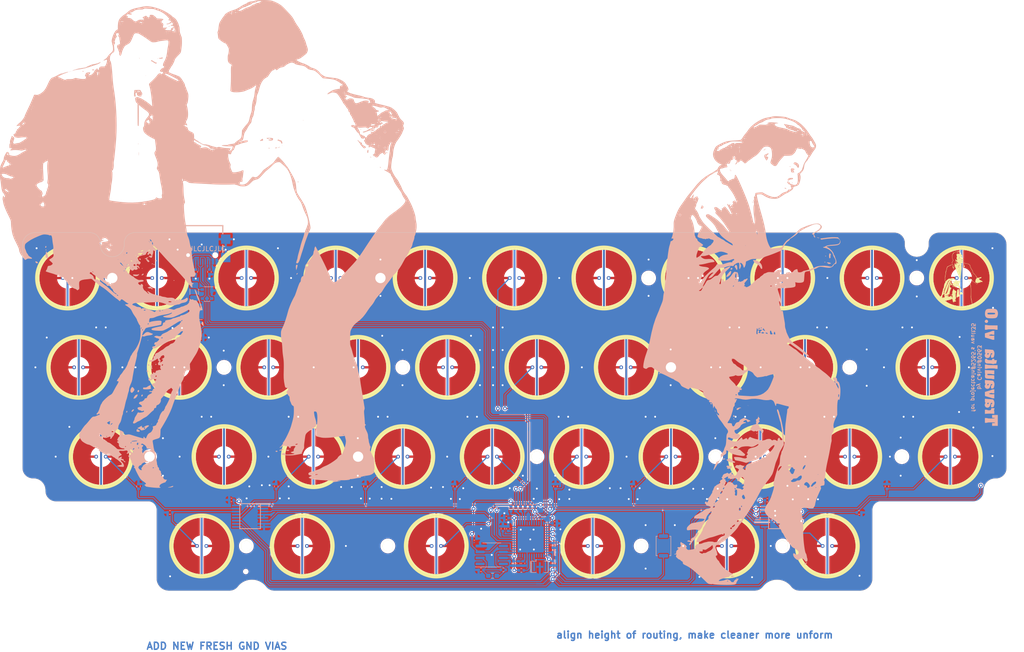
<source format=kicad_pcb>
(kicad_pcb (version 20221018) (generator pcbnew)
  (layers (0 "F.Cu" signal) (1 "In1.Cu" signal) (2 "In2.Cu" signal) (31 "B.Cu" signal) (34 "B.Paste" user) (35 "F.Paste" user) (36 "B.SilkS" user "B.Silkscreen") (37 "F.SilkS" user "F.Silkscreen") (38 "B.Mask" user) (39 "F.Mask" user) (44 "Edge.Cuts" user))
  (net 0 "")
  (net 1 "GND")
  (net 2 "D-")
  (net 3 "D+")
  (net 4 "VCC")
  (net 5 "+5V")
  (net 6 "Net-(U1-VCAP1)")
  (net 7 "NRST")
  (net 8 "APLEX_OUT_PIN_0")
  (net 9 "ROW0")
  (net 10 "ROW1")
  (net 11 "Net-(JP1-B)")
  (net 12 "VBAT")
  (net 13 "BOOT1")
  (net 14 "COL0")
  (net 15 "COL1")
  (net 16 "COL2")
  (net 17 "COL3")
  (net 18 "COL4")
  (net 19 "COL5")
  (net 20 "COL6")
  (net 21 "COL7")
  (net 22 "COL8")
  (net 23 "COL9")
  (net 24 "ROW2")
  (net 25 "ROW3")
  (net 26 "Net-(U1-PB12)")
  (net 27 "Net-(U1-PB15)")
  (net 28 "Net-(U1-PA10)")
  (net 29 "XTAL0")
  (net 30 "XTAL1")
  (net 31 "Net-(U1-PB14)")
  (net 32 "Net-(U1-PB13)")
  (net 33 "Net-(USB1-CC1)")
  (net 34 "Net-(USB1-CC2)")
  (net 39 "SWDIO")
  (net 40 "SWCLK")
  (net 41 "ADC")
  (net 43 "AMUX_SEL_2")
  (net 44 "AMUX_SEL_1")
  (net 45 "AMUX_SEL_0")
  (net 46 "BOOT0")
  (net 47 "APLEX_EN_PIN_1")
  (net 48 "APLEX_EN_PIN_0")
  (net 63 "COL10")
  (footprint "cipulot_parts:ecs_pad_1U_no_ring" (layer "F.Cu") (at 211.1375 76.2)
    (fp_text reference "SW20")
    (fp_text value "EC_SW" hide)
  )
  (footprint "cipulot_parts:HOLE_M2" (layer "F.Cu") (at 120.65 57.15)
    (fp_text reference "H2" hide)
    (fp_text value "MountingHole" hide)
  )
  (footprint "cipulot_parts:ecs_pad_1U_no_ring" (layer "F.Cu") (at 163.5125 95.25 180)
    (fp_text reference "SW27")
    (fp_text value "EC_SW" hide)
  )
  (footprint "cipulot_parts:HOLE_M2" (layer "F.Cu") (at 153.9875 95.25)
    (fp_text reference "H11" hide)
    (fp_text value "MountingHole" hide)
  )
  (footprint "cipulot_parts:ecs_pad_1U_no_ring" (layer "F.Cu") (at 115.8875 76.2)
    (fp_text reference "SW15")
    (fp_text value "EC_SW" hide)
  )
  (footprint "cipulot_parts:ecs_pad_1U_no_ring" (layer "F.Cu") (at 173.0375 76.2)
    (fp_text reference "SW18")
    (fp_text value "EC_SW" hide)
  )
  (footprint "cipulot_parts:ecs_pad_1U_no_ring" (layer "F.Cu") (at 53.975 57.15)
    (fp_text reference "SW1")
    (fp_text value "EC_SW" hide)
  )
  (footprint "cipulot_parts:ecs_pad_1U_no_ring" (layer "F.Cu") (at 206.375 57.15)
    (fp_text reference "SW9")
    (fp_text value "EC_SW" hide)
  )
  (footprint "cipulot_parts:ecs_pad_1U_no_ring" (layer "F.Cu") (at 182.5625 95.25 180)
    (fp_text reference "SW28")
    (fp_text value "EC_SW" hide)
  )
  (footprint "cipulot_parts:HOLE_M2" (layer "F.Cu") (at 63.5 57.15)
    (fp_text reference "H1" hide)
    (fp_text value "MountingHole" hide)
  )
  (footprint "cipulot_parts:ecs_pad_1U_no_ring" (layer "F.Cu") (at 111.125 57.15)
    (fp_text reference "SW4")
    (fp_text value "EC_SW" hide)
  )
  (footprint "cipulot_parts:ecs_pad_1U_no_ring" (layer "F.Cu") (at 153.9875 76.2)
    (fp_text reference "SW17")
    (fp_text value "EC_SW" hide)
  )
  (footprint "cipulot_parts:ecs_pad_1U_no_ring" (layer "F.Cu") (at 56.358 76.2)
    (fp_text reference "SW12")
    (fp_text value "EC_SW" hide)
  )
  (footprint "cipulot_parts:ecs_pad_1U_no_ring" (layer "F.Cu") (at 87.3125 95.25 180)
    (fp_text reference "SW23")
    (fp_text value "EC_SW" hide)
  )
  (footprint "cipulot_parts:ecs_pad_1U_no_ring" (layer "F.Cu") (at 132.555 114.3 180)
    (fp_text reference "SW34")
    (fp_text value "EC_SW" hide)
  )
  (footprint "cipulot_parts:ecs_pad_1U_no_ring" (layer "F.Cu") (at 61.12 95.25)
    (fp_text reference "SW22")
    (fp_text value "EC_SW" hide)
  )
  (footprint "cipulot_parts:ecs_pad_1U_no_ring" (layer "F.Cu") (at 134.9375 76.2)
    (fp_text reference "SW16")
    (fp_text value "EC_SW" hide)
  )
  (footprint "cipulot_parts:ecs_pad_1U_no_ring" (layer "F.Cu") (at 96.8375 76.2)
    (fp_text reference "SW14")
    (fp_text value "EC_SW" hide)
  )
  (footprint "cipulot_parts:HOLE_M2" (layer "F.Cu") (at 71.4375 95.25)
    (fp_text reference "H9" hide)
    (fp_text value "MountingHole" hide)
  )
  (footprint "cipulot_parts:ecs_pad_1U_no_ring" (layer "F.Cu") (at 168.275 57.15)
    (fp_text reference "SW7")
    (fp_text value "EC_SW" hide)
  )
  (footprint "cipulot_parts:HOLE_M2" (layer "F.Cu") (at 231.775 95.25)
    (fp_text reference "H13" hide)
    (fp_text value "MountingHole" hide)
  )
  (footprint "cipulot_parts:ecs_pad_1U_no_ring" (layer "F.Cu") (at 106.3625 95.25 180)
    (fp_text reference "SW24")
    (fp_text value "EC_SW" hide)
  )
  (footprint "cipulot_parts:ecs_pad_1U_no_ring" (layer "F.Cu") (at 244.475 57.15)
    (fp_text reference "SW11")
    (fp_text value "EC_SW" hide)
  )
  (footprint "cipulot_parts:HOLE_M2" (layer "F.Cu") (at 87.3125 76.2)
    (fp_text reference "H5" hide)
    (fp_text value "MountingHole" hide)
  )
  (footprint "cipulot_parts:ecs_pad_1U_no_ring" (layer "F.Cu") (at 242.095 95.25 180)
    (fp_text reference "SW31")
    (fp_text value "EC_SW" hide)
  )
  (footprint "cipulot_parts:ecs_pad_1U_no_ring" (layer "F.Cu") (at 73.025 57.15)
    (fp_text reference "SW2")
    (fp_text value "EC_SW" hide)
  )
  (footprint "LOGO" (layer "F.Cu") (at 244.475 57.15)
    (fp_text reference "G***" hide)
    (fp_text value "LOGO" hide)
  )
  (footprint "cipulot_parts:ecs_pad_1U_no_ring" (layer "F.Cu") (at 130.175 57.15)
    (fp_text reference "SW5")
    (fp_text value "EC_SW" hide)
  )
  (footprint "cipulot_parts:ecs_pad_1U_no_ring" (layer "F.Cu") (at 187.325 57.15)
    (fp_text reference "SW8")
    (fp_text value "EC_SW" hide)
  )
  (footprint "cipulot_parts:HOLE_M2" (layer "F.Cu") (at 115.8875 95.25)
    (fp_text reference "H10" hide)
    (fp_text value "MountingHole" hide)
  )
  (footprint "cipulot_parts:ecs_pad_1U_no_ring" (layer "F.Cu") (at 77.7875 76.2)
    (fp_text reference "SW13")
    (fp_text value "EC_SW" hide)
  )
  (footprint "cipulot_parts:ecs_pad_1U_no_ring" (layer "F.Cu") (at 237.33 76.2 180)
    (fp_text reference "SW21")
    (fp_text value "EC_SW" hide)
  )
  (footprint "cipulot_parts:HOLE_M2" (layer "F.Cu") (at 220.6625 76.2)
    (fp_text reference "H8" hide)
    (fp_text value "MountingHole" hide)
  )
  (footprint "cipulot_parts:HOLE_M2" (layer "F.Cu") (at 122.2375 114.3)
    (fp_text reference "H15" hide)
    (fp_text value "MountingHole" hide)
  )
  (footprint "cipulot_parts:HOLE_M2" (layer "F.Cu") (at 177.8 57.15)
    (fp_text reference "H3" hide)
    (fp_text value "MountingHole" hide)
  )
  (footprint "cipulot_parts:ecs_pad_1U_no_ring" (layer "F.Cu") (at 194.47 114.3 180)
    (fp_text reference "SW36")
    (fp_text value "EC_SW" hide)
  )
  (footprint "cipulot_parts:ecs_pad_1U_no_ring" (layer "F.Cu") (at 165.892 114.3 180)
    (fp_text reference "SW35")
    (fp_text value "EC_SW" hide)
  )
  (footprint "cipulot_parts:HOLE_M2" (layer "F.Cu") (at 206.375 114.3)
    (fp_text reference "H17" hide)
    (fp_text value "MountingHole" hide)
  )
  (footprint "cipulot_parts:ecs_pad_1U_no_ring" (layer "F.Cu") (at 125.4125 95.25 180)
    (fp_text reference "SW25")
    (fp_text value "EC_SW" hide)
  )
  (footprint "cipulot_parts:ecs_pad_1U_no_ring" (layer "F.Cu") (at 103.98 114.3 180)
    (fp_text reference "SW33")
    (fp_text value "EC_SW" hide)
  )
  (footprint "cipulot_parts:HOLE_M2" (layer "F.Cu") (at 234.95 57.15)
    (fp_text reference "H4" hide)
    (fp_text value "MountingHole" hide)
  )
  (footprint "cipulot_parts:ecs_pad_1U_no_ring" (layer "F.Cu") (at 82.55 114.3 180)
    (fp_text reference "SW32")
    (fp_text value "EC_SW" hide)
  )
  (footprint "cipulot_parts:HOLE_M2" (layer "F.Cu") (at 125.4125 76.2)
    (fp_text reference "H6" hide)
    (fp_text value "MountingHole" hide)
  )
  (footprint "cipulot_parts:ecs_pad_1U_no_ring" (layer "F.Cu") (at 92.075 57.15)
    (fp_text reference "SW3")
    (fp_text value "EC_SW" hide)
  )
  (footprint "cipulot_parts:ecs_pad_1U_no_ring" (layer "F.Cu") (at 144.4625 95.25 180)
    (fp_text reference "SW26")
    (fp_text value "EC_SW" hide)
  )
  (footprint "cipulot_parts:HOLE_M2" (layer "F.Cu") (at 176.2125 114.3)
    (fp_text reference "H16" hide)
    (fp_text value "MountingHole" hide)
  )
  (footprint "cipulot_parts:HOLE_M2" (layer "F.Cu") (at 192.0875 95.25)
    (fp_text reference "H12" hide)
    (fp_text value "MountingHole" hide)
  )
  (footprint "cipulot_parts:ecs_pad_1U_no_ring" (layer "F.Cu") (at 149.225 57.15)
    (fp_text reference "SW6")
    (fp_text value "EC_SW" hide)
  )
  (footprint "cipulot_parts:ecs_pad_1U_no_ring" (layer "F.Cu") (at 220.6625 95.25 180)
    (fp_text reference "SW30")
    (fp_text value "EC_SW" hide)
  )
  (footprint "cipulot_parts:ecs_pad_1U_no_ring" (layer "F.Cu") (at 201.6125 95.25 180)
    (fp_text reference "SW29")
    (fp_text value "EC_SW" hide)
  )
  (footprint "cipulot_parts:ecs_pad_1U_no_ring" (layer "F.Cu") (at 215.9 114.3 180)
    (fp_text reference "SW37")
    (fp_text value "EC_SW" hide)
  )
  (footprint "cipulot_parts:ecs_pad_1U_no_ring" (layer "F.Cu") (at 225.425 57.15)
    (fp_text reference "SW10")
    (fp_text value "EC_SW" hide)
  )
  (footprint "cipulot_parts:HOLE_M2" (layer "F.Cu") (at 182.5625 76.2)
    (fp_text reference "H7" hide)
    (fp_text value "MountingHole" hide)
  )
  (footprint "cipulot_parts:HOLE_M2" (layer "F.Cu") (at 92.075 114.3)
    (fp_text reference "H14" hide)
    (fp_text value "MountingHole" hide)
  )
  (footprint "cipulot_parts:ecs_pad_1U_no_ring" (layer "F.Cu") (at 192.0875 76.2)
    (fp_text reference "SW19")
    (fp_text value "EC_SW" hide)
  )
  (footprint "Crystal:Resonator_SMD_Murata_CSTxExxV-3Pin_3.0x1.1mm" (layer "B.Cu") (at 154.616 118.745)
    (fp_text reference "Y1" hide)
    (fp_text value "8 MHz")
  )
  (footprint "Capacitor_SMD:C_0402_1005Metric" (layer "B.Cu") (at 147.504 108.331 180)
    (fp_text reference "C7" hide)
    (fp_text value "100n")
  )
  (footprint "Capacitor_SMD:C_0402_1005Metric" (layer "B.Cu") (at 203.089436 104.534305)
    (fp_text reference "C12" hide)
    (fp_text value "100n")
  )
  (footprint "Capacitor_SMD:C_0402_1005Metric" (layer "B.Cu") (at 149.031 118.02 -90)
    (fp_text reference "C15" hide)
    (fp_text value "100n")
  )
  (footprint "LOGO" (layer "B.Cu") (at 69.85 50.8 180)
    (fp_text reference "G***" hide)
    (fp_text value "LOGO" hide)
  )
  (footprint "Package_SO:SOIC-8_3.9x4.9mm_P1.27mm" (layer "B.Cu") (at 144.374097 116.215501)
    (fp_text reference "U5" hide)
    (fp_text value "OPA350")
  )
  (footprint "Resistor_SMD:R_0402_1005Metric" (layer "B.Cu") (at 146.742 110.617 -90)
    (fp_text reference "R7" hide)
    (fp_text value "10k")
  )
  (footprint "Resistor_SMD:R_0402_1005Metric" (layer "B.Cu") (at 98.425 101.6 90)
    (fp_text reference "R11" hide)
    (fp_text value "100k")
  )
  (footprint "Resistor_SMD:R_0402_1005Metric" (layer "B.Cu") (at 151.511 106.387 -90)
    (fp_text reference "R2" hide)
    (fp_text value "100")
  )
  (footprint "Capacitor_SMD:C_0402_1005Metric" (layer "B.Cu") (at 157.791 115.663994)
    (fp_text reference "C9" hide)
    (fp_text value "100n")
  )
  (footprint "Resistor_SMD:R_0402_1005Metric" (layer "B.Cu") (at 153.035 105.918)
    (fp_text reference "R4" hide)
    (fp_text value "100k")
  )
  (footprint "Package_DFN_QFN:QFN-48-1EP_7x7mm_P0.5mm_EP5.6x5.6mm" (layer "B.Cu") (at 152.654 112.903 90)
    (fp_text reference "U1" hide)
    (fp_text value "STM32F401CBUx")
  )
  (footprint "Resistor_SMD:R_0402_1005Metric" (layer "B.Cu") (at 157.95625 101.6 90)
    (fp_text reference "R12" hide)
    (fp_text value "100k")
  )
  (footprint "Resistor_SMD:R_0402_1005Metric" (layer "B.Cu") (at 69.088 101.6 90)
    (fp_text reference "R15" hide)
    (fp_text value "100k")
  )
  (footprint "Capacitor_SMD:C_0402_1005Metric" (layer "B.Cu") (at 151.063 118.02 -90)
    (fp_text reference "C11" hide)
    (fp_text value "1u")
  )
  (footprint "Resistor_SMD:R_0402_1005Metric" (layer "B.Cu") (at 75.795148 107.15625 180)
    (fp_text reference "R13" hide)
    (fp_text value "100k")
  )
  (footprint "Capacitor_SMD:C_0402_1005Metric" (layer "B.Cu") (at 157.791 109.474)
    (fp_text reference "C8" hide)
    (fp_text value "100n")
  )
  (footprint "Resistor_SMD:R_0402_1005Metric" (layer "B.Cu") (at 174.625 101.6 90)
    (fp_text reference "R10" hide)
    (fp_text value "100k")
  )
  (footprint "cipulot_parts:TSSOP16" (layer "B.Cu") (at 205.58125 107.95 -90)
    (fp_text reference "U3")
    (fp_text value "74HC4051")
  )
  (footprint "Resistor_SMD:R_0402_1005Metric" (layer "B.Cu") (at 148.463 106.387 90)
    (fp_text reference "R1" hide)
    (fp_text value "100")
  )
  (footprint "Resistor_SMD:R_0402_1005Metric" (layer "B.Cu") (at 228.6 101.6 90)
    (fp_text reference "R16" hide)
    (fp_text value "100k")
  )
  (footprint "LOGO" (layer "B.Cu") (at 250.825 76.2 90)
    (fp_text reference "G***" hide)
    (fp_text value "LOGO" hide)
  )
  (footprint "Capacitor_SMD:C_0402_1005Metric" (layer "B.Cu") (at 140.6525 112.7125 180)
    (fp_text reference "C14" hide)
    (fp_text value "220p")
  )
  (footprint "Resistor_SMD:R_0402_1005Metric" (layer "B.Cu") (at 149.479 106.387 90)
    (fp_text reference "R9" hide)
    (fp_text value "100")
  )
  (footprint "Capacitor_SMD:C_0402_1005Metric" (layer "B.Cu") (at 88.9 104.48582 180)
    (fp_text reference "C13" hide)
    (fp_text value "100n")
  )
  (footprint "Resistor_SMD:R_0402_1005Metric" (layer "B.Cu") (at 146.842687 119.390501)
    (fp_text reference "R21" hide)
    (fp_text value "100k")
  )
  (footprint "Capacitor_SMD:C_0402_1005Metric" (layer "B.Cu") (at 82.423 69.85)
    (fp_text reference "C5" hide)
    (fp_text value "1u")
  )
  (footprint "Resistor_SMD:R_0402_1005Metric" (layer "B.Cu") (at 193.675 101.6 90)
    (fp_text reference "R20" hide)
    (fp_text value "100k")
  )
  (footprint "Resistor_SMD:R_0402_1005Metric" (layer "B.Cu") (at 142.082312 119.390501 180)
    (fp_text reference "R23" hide)
    (fp_text value "1k")
  )
  (footprint "Resistor_SMD:R_0402_1005Metric" (layer "B.Cu") (at 208.548088 112.068447 -90)
    (fp_text reference "R14" hide)
    (fp_text value "100k")
  )
  (footprint "Resistor_SMD:R_0402_1005Metric" (layer "B.Cu") (at 150.679 119.507)
    (fp_text reference "R6" hide)
    (fp_text value "10k")
  )
  (footprint "Fuse:Fuse_1206_3216Metric" (layer "B.Cu") (at 80.9625 60.071 -90)
    (fp_text reference "F_USBC1" hide)
    (fp_text value "500mA")
  )
  (footprint "Package_TO_SOT_SMD:SOT-143" (layer "B.Cu") (at 83.693 60.579 180)
    (fp_text reference "D1" hide)
    (fp_text value "PRTR5V0U2X")
  )
  (footprint "Resistor_SMD:R_0402_1005Metric" (layer "B.Cu") (at 81.28 55.84625 90)
    (fp_text reference "R18" hide)
    (fp_text value "5.1k")
  )
  (footprint "Resistor_SMD:R_0402_1005Metric" (layer "B.Cu") (at 157.41 114.173 -90)
    (fp_text reference "R3" hide)
    (fp_text value "10k")
  )
  (footprint "Resistor_SMD:R_0402_1005Metric" (layer "B.Cu") (at 150.495 106.387 -90)
    (fp_text reference "R8" hide)
    (fp_text value "100")
  )
  (footprint "Resistor_SMD:R_0402_1005Metric" (layer "B.Cu") (at 222.656885 107.164145)
    (fp_text reference "R5" hide)
    (fp_text value "100k")
  )
  (footprint "Capacitor_SMD:C_0402_1005Metric" (layer "B.Cu") (at 147.885 110.617 90)
    (fp_text reference "C1" hide)
    (fp_text value "4.7u")
  )
  (footprint "Capacitor_SMD:C_0402_1005Metric" (layer "B.Cu") (at 81.407 62.865)
    (fp_text reference "C4" hide)
    (fp_text value "1u")
  )
  (footprint "cipulot_parts:TSSOP16" (layer "B.Cu") (at 92.86875 107.95 -90)
    (fp_text reference "U4")
    (fp_text value "74HC4051")
  )
  (footprint "Button_Switch_SMD:SW_Push_SPST_NO_Alps_SKRK" (layer "B.Cu") (at 180.975 114.3 -90)
    (fp_text reference "SW38" hide)
    (fp_text value "BOOT0")
  )
  (footprint "Capacitor_SMD:C_0402_1005Metric" (layer "B.Cu") (at 157.41 117.983 -90)
    (fp_text reference "C6" hide)
    (fp_text value "100n")
  )
  (footprint "Package_TO_SOT_SMD:SOT-23" (layer "B.Cu") (at 81.026 67.564 180)
    (fp_text reference "U2" hide)
    (fp_text value "XC6206PxxxMR")
  )
  (footprint "LOGO" (layer "B.Cu") (at 197.679332 72.773321 180)
    (fp_text reference "G***" hide)
    (fp_text value "LOGO" hide)
  )
  (footprint "Resistor_SMD:R_0603_1608Metric_Pad0.98x0.95mm_HandSolder" (layer "B.Cu") (at 144.54984 120.65 180)
    (fp_text reference "JP1" hide)
    (fp_text value "Ext_Res")
  )
  (footprint "cipulot_parts:TYPEC-304YSSW-ACP16" (layer "B.Cu") (at 82.55 45.98125)
    (fp_text reference "USB1" hide)
    (fp_text value "TYPEC-304YSSW-ACP16")
  )
  (footprint "Resistor_SMD:R_0402_1005Metric" (layer "B.Cu") (at 136.525 101.6 90)
    (fp_text reference "R19" hide)
    (fp_text value "100k")
  )
  (footprint "LOGO" (layer "B.Cu") (at 98.425 49.2125 180)
    (fp_text reference "G***" hide)
    (fp_text value "LOGO" hide)
  )
  (footprint "Resistor_SMD:R_0402_1005Metric" (layer "B.Cu") (at 84.201 55.84625 -90)
    (fp_text reference "R24" hide)
    (fp_text value "5.1k")
  )
  (footprint "Capacitor_SMD:C_0402_1005Metric" (layer "B.Cu") (at 150.047 118.02 -90)
    (fp_text reference "C10" hide)
    (fp_text value "100n")
  )
  (footprint "Resistor_SMD:R_0402_1005Metric" (layer "B.Cu") (at 117.475 101.6 90)
    (fp_text reference "R17" hide)
    (fp_text value "100k")
  )
  (gr_arc locked (start 237.500001 49.675) (mid 238.144372 48.119371) (end 239.7 47.475001) (stroke (width 0.05)) (layer "Edge.Cuts"))
  (gr_line locked (start 85.470568 47.474999) (end 79.640568 47.474999) (stroke (width 0.05)) (layer "Edge.Cuts"))
  (gr_arc locked (start 90.257292 122.969097) (mid 93.265625 121.49072) (end 96.273958 122.969097) (stroke (width 0.05)) (layer "Edge.Cuts"))
  (gr_line locked (start 72.95 106.575) (end 72.95 121.224999) (stroke (width 0.05)) (layer "Edge.Cuts"))
  (gr_line locked (start 98.015625 123.825) (end 200.434375 123.825) (stroke (width 0.05)) (layer "Edge.Cuts"))
  (gr_line locked (start 251.474999 47.474999) (end 239.7 47.475001) (stroke (width 0.05)) (layer "Edge.Cuts"))
  (gr_line locked (start 46.575 99.884) (end 46.716 99.884) (stroke (width 0.05)) (layer "Edge.Cuts"))
  (gr_arc locked (start 66.05 49.675) (mid 66.694371 48.119372) (end 68.249999 47.474999) (stroke (width 0.05)) (layer "Edge.Cuts"))
  (gr_line locked (start 209.934375 123.825) (end 222.9 123.825) (stroke (width 0.05)) (layer "Edge.Cuts"))
  (gr_arc locked (start 202.176041 122.969097) (mid 205.184375 121.490719) (end 208.192708 122.969097) (stroke (width 0.05)) (layer "Edge.Cuts"))
  (gr_arc locked (start 230.200001 47.474999) (mid 231.755646 48.119357) (end 232.4 49.675) (stroke (width 0.05)) (layer "Edge.Cuts"))
  (gr_arc locked (start 66.05 50.075) (mid 63.499999 52.624976) (end 60.949999 50.074999) (stroke (width 0.05)) (layer "Edge.Cuts"))
  (gr_line locked (start 225.5 121.224999) (end 225.5 106.575) (stroke (width 0.05)) (layer "Edge.Cuts"))
  (gr_line locked (start 249.184374 102.574999) (end 249.184374 102.433999) (stroke (width 0.05)) (layer "Edge.Cuts"))
  (gr_line locked (start 58.75 47.475001) (end 46.975 47.474999) (stroke (width 0.05)) (layer "Edge.Cuts"))
  (gr_arc locked (start 249.184374 102.574999) (mid 248.54 104.130605) (end 246.984375 104.774998) (stroke (width 0.05)) (layer "Edge.Cuts"))
  (gr_arc locked (start 71.150001 104.774999) (mid 72.422802 105.302199) (end 72.95 106.575) (stroke (width 0.05)) (layer "Edge.Cuts"))
  (gr_line locked (start 232.4 50.075) (end 232.4 49.675) (stroke (width 0.05)) (layer "Edge.Cuts"))
  (gr_arc locked (start 202.176041 122.969097) (mid 201.404683 123.599469) (end 200.434375 123.825) (stroke (width 0.05)) (layer "Edge.Cuts"))
  (gr_line locked (start 254.075 97.684) (end 254.075 50.075) (stroke (width 0.05)) (layer "Edge.Cuts"))
  (gr_line locked (start 60.949999 50.074999) (end 60.949999 49.675) (stroke (width 0.05)) (layer "Edge.Cuts"))
  (gr_line locked (start 227.299999 104.774999) (end 246.984375 104.774998) (stroke (width 0.05)) (layer "Edge.Cuts"))
  (gr_line locked (start 230.200001 47.474999) (end 85.470568 47.474999) (stroke (width 0.05)) (layer "Edge.Cuts"))
  (gr_arc locked (start 225.5 106.575) (mid 226.027214 105.302214) (end 227.299999 104.774999) (stroke (width 0.05)) (layer "Edge.Cuts"))
  (gr_arc locked (start 225.5 121.224999) (mid 224.738484 123.063483) (end 222.9 123.825) (stroke (width 0.05)) (layer "Edge.Cuts"))
  (gr_arc locked (start 90.257292 122.969097) (mid 89.485929 123.599459) (end 88.515625 123.825) (stroke (width 0.05)) (layer "Edge.Cuts"))
  (gr_arc locked (start 46.716 99.884) (mid 48.519131 100.630869) (end 49.266 102.433999) (stroke (width 0.05)) (layer "Edge.Cuts"))
  (gr_line locked (start 79.640568 47.474999) (end 68.249999 47.474999) (stroke (width 0.05)) (layer "Edge.Cuts"))
  (gr_arc locked (start 251.474999 47.474999) (mid 253.313488 48.236514) (end 254.075 50.075) (stroke (width 0.05)) (layer "Edge.Cuts"))
  (gr_line locked (start 75.55 123.825) (end 88.515625 123.825) (stroke (width 0.05)) (layer "Edge.Cuts"))
  (gr_arc locked (start 44.375 50.075) (mid 45.136508 48.236507) (end 46.975 47.474999) (stroke (width 0.05)) (layer "Edge.Cuts"))
  (gr_arc locked (start 237.500001 50.074999) (mid 234.950005 52.624958) (end 232.4 50.075) (stroke (width 0.05)) (layer "Edge.Cuts"))
  (gr_line locked (start 44.375 50.075) (end 44.375 97.684) (stroke (width 0.05)) (layer "Edge.Cuts"))
  (gr_arc locked (start 209.934375 123.825) (mid 208.964047 123.599508) (end 208.192708 122.969097) (stroke (width 0.05)) (layer "Edge.Cuts"))
  (gr_arc locked (start 75.55 123.825) (mid 73.711531 123.063469) (end 72.95 121.224999) (stroke (width 0.05)) (layer "Edge.Cuts"))
  (gr_arc locked (start 254.075 97.684) (mid 253.430641 99.23964) (end 251.875 99.884) (stroke (width 0.05)) (layer "Edge.Cuts"))
  (gr_arc locked (start 98.015625 123.825) (mid 97.045319 123.599465) (end 96.273958 122.969097) (stroke (width 0.05)) (layer "Edge.Cuts"))
  (gr_line locked (start 251.734375 99.884) (end 251.875 99.884) (stroke (width 0.05)) (layer "Edge.Cuts"))
  (gr_arc locked (start 51.466 104.774999) (mid 49.910375 104.130625) (end 49.266 102.575) (stroke (width 0.05)) (layer "Edge.Cuts"))
  (gr_line locked (start 66.05 49.675) (end 66.05 50.075) (stroke (width 0.05)) (layer "Edge.Cuts"))
  (gr_arc locked (start 58.75 47.475001) (mid 60.305643 48.119357) (end 60.949999 49.675) (stroke (width 0.05)) (layer "Edge.Cuts"))
  (gr_line locked (start 237.500001 49.675) (end 237.500001 50.074999) (stroke (width 0.05)) (layer "Edge.Cuts"))
  (gr_line locked (start 49.266 102.433999) (end 49.266 102.575) (stroke (width 0.05)) (layer "Edge.Cuts"))
  (gr_arc locked (start 46.575 99.884) (mid 45.019374 99.239626) (end 44.375 97.684) (stroke (width 0.05)) (layer "Edge.Cuts"))
  (gr_line locked (start 51.466 104.774999) (end 71.150001 104.774999) (stroke (width 0.05)) (layer "Edge.Cuts"))
  (gr_arc locked (start 249.184374 102.433999) (mid 249.931233 100.630857) (end 251.734375 99.884) (stroke (width 0.05)) (layer "Edge.Cuts"))
  (gr_text "ADD NEW FRESH GND VIAS" (at 70.64375 136.525) (layer "B.Cu") (effects (font (size 1.5 1.5) (thickness 0.3) bold) (justify left bottom)))
  (gr_text "align height of routing, make cleaner more unform" (at 157.95625 134.14375) (layer "B.Cu") (effects (font (size 1.5 1.5) (thickness 0.3) bold) (justify left bottom)))
  (gr_text "JLCJLCJLCJLC" (at 82.55 50.927) (layer "B.SilkS") (effects (font (size 1 1))))
  (gr_text "by Calvin#0563\nfor projectcain#5265's vault35\n" (at 247.65 76.2 -90) (layer "B.SilkS") (effects (font (size 0.8 0.8)) (justify mirror)))
  (segment (start 84.188822 57.277) (end 84.198075 57.286253) (width 0.25) (layer "F.Cu") (net 1))
  (segment (start 81.28 57.277) (end 84.188822 57.277) (width 0.25) (layer "F.Cu") (net 1))
  (via (at 74.295 91.313) (size 0.8) (drill 0.4) (layers "F.Cu" "B.Cu") (net 1))
  (via (at 151.003 99.314) (size 0.8) (drill 0.4) (layers "F.Cu" "B.Cu") (net 1))
  (via (at 196.342 86.741) (size 0.8) (drill 0.4) (layers "F.Cu" "B.Cu") (net 1))
  (via (at 97.028 101.346) (size 0.8) (drill 0.4) (layers "F.Cu" "B.Cu") (net 1))
  (via (at 177.165 109.855) (size 0.8) (drill 0.4) (layers "F.Cu" "B.Cu") (net 1))
  (via (at 81.28 57.277) (size 0.8) (drill 0.4) (layers "F.Cu" "B.Cu") (net 1))
  (via (at 153.988003 102.068356) (size 0.8) (drill 0.4) (layers "F.Cu" "B.Cu") (net 1))
  (via (at 82.55 49.999) (size 0.8) (drill 0.4) (layers "F.Cu" "B.Cu") (net 1))
  (via (at 233.934 67.691) (size 0.8) (drill 0.4) (layers "F.Cu" "B.Cu") (net 1))
  (via (at 87.249 80.01) (size 0.8) (drill 0.4) (layers "F.Cu" "B.Cu") (net 1))
  (via (at 47.117 76.2) (size 0.8) (drill 0.4) (layers "F.Cu" "B.Cu") (net 1))
  (via (at 131.445 101.854) (size 0.8) (drill 0.4) (layers "F.Cu" "B.Cu") (net 1))
  (via (at 208.527709 104.366597) (size 0.8) (drill 0.4) (layers "F.Cu" "B.Cu") (net 1))
  (via (at 77.43 51.094) (size 0.8) (drill 0.4) (layers "F.Cu" "B.Cu") (net 1))
  (via (at 175.451935 104.317849) (size 0.8) (drill 0.4) (layers "F.Cu" "B.Cu") (net 1))
  (via (at 232.156 86.741) (size 0.8) (drill 0.4) (layers "F.Cu" "B.Cu") (net 1))
  (via (at 84.198075 57.286253) (size 0.8) (drill 0.4) (layers "F.Cu" "B.Cu") (net 1))
  (via (at 137.577839 104.298443) (size 0.8) (drill 0.4) (layers "F.Cu" "B.Cu") (net 1))
  (via (at 182.499 80.01) (size 0.8) (drill 0.4) (layers "F.Cu" "B.Cu") (net 1))
  (via (at 76.327 67.818) (size 0.8) (drill 0.4) (layers "F.Cu" "B.Cu") (net 1))
  (via (at 113.284 114.3) (size 0.8) (drill 0.4) (layers "F.Cu" "B.Cu") (net 1))
  (via (at 215.773 67.691) (size 0.8) (drill 0.4) (layers "F.Cu" "B.Cu") (net 1))
  (via (at 171.831 101.981) (size 0.8) (drill 0.4) (layers "F.Cu" "B.Cu") (net 1))
  (via (at 195.072 67.691) (size 0.8) (drill 0.4) (layers "F.Cu" "B.Cu") (net 1))
  (via (at 144.653 76.2) (size 0.8) (drill 0.4) (layers "F.Cu" "B.Cu") (net 1))
  (via (at 82.55 86.741) (size 0.8) (drill 0.4) (layers "F.Cu" "B.Cu") (net 1))
  (via (at 142.113 110.617) (size 0.8) (drill 0.4) (layers "F.Cu" "B.Cu") (net 1))
  (via (at 231.521 99.314) (size 0.8) (drill 0.4) (layers "F.Cu" "B.Cu") (net 1))
  (via (at 114.554 101.727) (size 0.8) (drill 0.4) (layers "F.Cu" "B.Cu") (net 1))
  (via (at 194.539821 104.317849) (size 0.8) (drill 0.4) (layers "F.Cu" "B.Cu") (net 1))
  (via (at 231.902 67.691) (size 0.8) (drill 0.4) (layers "F.Cu" "B.Cu") (net 1))
  (via (at 75.819 120.777) (size 0.8) (drill 0.4) (layers "F.Cu" "B.Cu") (net 1))
  (via (at 84.582 86.741) (size 0.8) (drill 0.4) (layers "F.Cu" "B.Cu") (net 1))
  (via (at 173.101 95.25) (size 0.8) (drill 0.4) (layers "F.Cu" "B.Cu") (net 1))
  (via (at 141.859 80.01) (size 0.8) (drill 0.4) (layers "F.Cu" "B.Cu") (net 1))
  (via (at 152.584 112.903) (size 0.8) (drill 0.4) (layers "F.Cu" "B.Cu") (net 1))
  (via (at 144.374097 116.215501) (size 0.8) (drill 0.4) (layers "F.Cu" "B.Cu") (net 1))
  (via (at 158.75307 104.320989) (size 0.8) (drill 0.4) (layers "F.Cu" "B.Cu") (net 1))
  (via (at 47.371 50.8) (size 0.8) (drill 0.4) (layers "F.Cu" "B.Cu") (net 1))
  (via (at 192.539949 102.088341) (size 0.8) (drill 0.4) (layers "F.Cu" "B.Cu") (net 1))
  (via (at 234.95 61.087) (size 0.8) (drill 0.4) (layers "F.Cu" "B.Cu") (net 1))
  (via (at 160.918079 102.299291) (size 0.8) (drill 0.4) (layers "F.Cu" "B.Cu") (net 1))
  (via (at 139.7 57.15) (size 0.8) (drill 0.4) (layers "F.Cu" "B.Cu") (net 1))
  (via (at 190.232918 104.29345) (size 0.8) (drill 0.4) (layers "F.Cu" "B.Cu") (net 1))
  (via (at 139.192 86.741) (size 0.8) (drill 0.4) (layers "F.Cu" "B.Cu") (net 1))
  (via (at 158.75 57.15) (size 0.8) (drill 0.4) (layers "F.Cu" "B.Cu") (net 1))
  (via (at 122.986934 104.249644) (size 0.8) (drill 0.4) (layers "F.Cu" "B.Cu") (net 1))
  (via (at 215.9 57.15) (size 0.8) (drill 0.4) (layers "F.Cu" "B.Cu") (net 1))
  (via (at 62.103 67.691) (size 0.8) (drill 0.4) (layers "F.Cu" "B.Cu") (net 1))
  (via (at 187.325 102.108) (size 0.8) (drill 0.4) (layers "F.Cu" "B.Cu") (net 1))
  (via (at 213.741 67.691) (size 0.8) (drill 0.4) (layers "F.Cu" "B.Cu") (net 1))
  (via (at 196.85 57.15) (size 0.8) (drill 0.4) (layers "F.Cu" "B.Cu") (net 1))
  (via (at 106.426 76.2) (size 0.8) (drill 0.4) (layers "F.Cu" "B.Cu") (net 1))
  (via (at 92.126863 104.154757) (size 0.8) (drill 0.4) (layers "F.Cu" "B.Cu") (net 1))
  (via (at 159.004 110.744) (size 0.8) (drill 0.4) (layers "F.Cu" "B.Cu") (net 1))
  (via (at 198.374 86.741) (size 0.8) (drill 0.4) (layers "F.Cu" "B.Cu") (net 1))
  (via (at 209.746776 101.508785) (size 0.8) (drill 0.4) (layers "F.Cu" "B.Cu") (net 1))
  (via (at 138.303 101.981) (size 0.8) (drill 0.4) (layers "F.Cu" "B.Cu") (net 1))
  (via (at 120.904 101.727) (size 0.8) (drill 0.4) (layers "F.Cu" "B.Cu") (net 1))
  (via (at 144.653 72.517) (size 0.8) (drill 0.4) (layers "F.Cu" "B.Cu") (net 1))
  (via (at 125.349 80.01) (size 0.8) (drill 0.4) (layers "F.Cu" "B.Cu") (net 1))
  (via (at 177.8 53.213) (size 0.8) (drill 0.4) (layers "F.Cu" "B.Cu") (net 1))
  (via (at 251.079 50.8) (size 0.8) (drill 0.4) (layers "F.Cu" "B.Cu") (net 1))
  (via (at 199.852839 120.960543) (size 0.8) (drill 0.4) (layers "F.Cu" "B.Cu") (net 1))
  (via (at 101.092 86.741) (size 0.8) (drill 0.4) (layers "F.Cu" "B.Cu") (net 1))
  (via (at 101.092 101.6) (size 0.8) (drill 0.4) (layers "F.Cu" "B.Cu") (net 1))
  (via (at 173.573173 104.29345) (size 0.8) (drill 0.4) (layers "F.Cu" "B.Cu") (net 1))
  (via (at 134.874 95.25) (size 0.8) (drill 0.4) (layers "F.Cu" "B.Cu") (net 1))
  (via (at 215.265 86.741) (size 0.8) (drill 0.4) (layers "F.Cu" "B.Cu") (net 1))
  (via (at 60.071 67.691) (size 0.8) (drill 0.4) (layers "F.Cu" "B.Cu") (net 1))
  (via (at 133.985 101.727) (size 0.8) (drill 0.4) (layers "F.Cu" "B.Cu") (net 1))
  (via (at 51.435 95.25) (size 0.8) (drill 0.4) (layers "F.Cu" "B.Cu") (net 1))
  (via (at 96.774 95.25) (size 0.8) (drill 0.4) (layers "F.Cu" "B.Cu") (net 1))
  (via (at 251.206 63.5) (size 0.8) (drill 0.4) (layers "F.Cu" "B.Cu") (net 1))
  (via (at 222.758 120.65) (size 0.8) (drill 0.4) (layers "F.Cu" "B.Cu") (net 1))
  (via (at 244.094 69.723) (size 0.8) (drill 0.4) (layers "F.Cu" "B.Cu") (net 1))
  (via (at 177.165 86.741) (size 0.8) (drill 0.4) (layers "F.Cu" "B.Cu") (net 1))
  (via (at 121.031 69.469) (size 0.8) (drill 0.4) (layers "F.Cu" "B.Cu") (net 1))
  (via (at 160.911418 104.28102) (size 0.8) (drill 0.4) (layers "F.Cu" "B.Cu") (net 1))
  (via (at 49.53 69.85) (size 0.8) (drill 0.4) (layers "F.Cu" "B.Cu") (net 1))
  (via (at 139.954 69.469) (size 0.8) (drill 0.4) (layers "F.Cu" "B.Cu") (net 1))
  (via (at 87.249 72.644) (size 0.8) (drill 0.4) (layers "F.Cu" "B.Cu") (net 1))
  (via (at 75.692 48.895) (size 0.8) (drill 0.4) (layers "F.Cu" "B.Cu") (net 1))
  (via (at 116.496665 104.176446) (size 0.8) (drill 0.4) (layers "F.Cu" "B.Cu") (net 1))
  (via (at 192.561494 104.301005) (size 0.8) (drill 0.4) (layers "F.Cu" "B.Cu") (net 1))
  (via (at 234.95 53.34) (size 0.8) (drill 0.4) (layers "F.Cu" "B.Cu") (net 1))
  (via (at 118.375427 104.200845) (size 0.8) (drill 0.4) (layers "F.Cu" "B.Cu") (net 1))
  (via (at 158.623 86.741) (size 0.8) (drill 0.4) (layers "F.Cu" "B.Cu") (net 1))
  (via (at 95.377 101.346) (size 0.8) (drill 0.4) (layers "F.Cu" "B.Cu") (net 1))
  (via (at 182.499 72.39) (size 0.8) (drill 0.4) (layers "F.Cu" "B.Cu") (net 1))
  (via (at 234.188 86.741) (size 0.8) (drill 0.4) (layers "F.Cu" "B.Cu") (net 1))
  (via (at 101.12102 104.154757) (size 0.8) (drill 0.4) (layers "F.Cu" "B.Cu") (net 1))
  (via (at 175.895 101.981) (size 0.8) (drill 0.4) (layers "F.Cu" "B.Cu") (net 1))
  (via (at 207.391 101.473) (size 0.8) (drill 0.4) (layers "F.Cu" "B.Cu") (net 1))
  (via (at 115.824 99.314) (size 0.8) (drill 0.4) (layers "F.Cu" "B.Cu") (net 1))
  (via (at 247.015 89.027) (size 0.8) (drill 0.4) (layers "F.Cu" "B.Cu") (net 1))
  (via (at 122.174 86.741) (size 0.8) (drill 0.4) (layers "F.Cu" "B.Cu") (net 1))
  (via (at 141.859 72.517) (size 0.8) (drill 0.4) (layers "F.Cu" "B.Cu") (net 1))
  (via (at 135.674678 104.249644) (size 0.8) (drill 0.4) (layers "F.Cu" "B.Cu") (net 1))
  (via (at 68.453 76.2) (size 0.8) (drill 0.4) (layers "F.Cu" "B.Cu") (net 1))
  (via (at 201.676 76.2) (size 0.8) (drill 0.4) (layers "F.Cu" "B.Cu") (net 1))
  (via (at 192.024 91.313) (size 0.8) (drill 0.4) (layers "F.Cu" "B.Cu") (net 1))
  (via (at 120.65 53.213) (size 0.8) (drill 0.4) (layers "F.Cu" "B.Cu") (net 1))
  (via (at 77.851 95.25) (size 0.8) (drill 0.4) (layers "F.Cu" "B.Cu") (net 1))
  (via (at 224.282 80.137) (size 0.8) (drill 0.4) (layers "F.Cu" "B.Cu") (net 1))
  (via (at 115.824 91.313) (size 0.8) (drill 0.4) (layers "F.Cu" "B.Cu") (net 1))
  (via (at 160.655 86.741) (size 0.8) (drill 0.4) (layers "F.Cu" "B.Cu") (net 1))
  (via (at 147.066 107.315) (size 0.8) (drill 0.4) (layers "F.Cu" "B.Cu") (net 1))
  (via (at 179.197 86.741) (size 0.8) (drill 0.4) (layers "F.Cu" "B.Cu") (net 1))
  (via (at 120.65 60.96) (size 0.8) (drill 0.4) (layers "F.Cu" "B.Cu") (net 1))
  (via (at 92.71 101.6) (size 0.8) (drill 0.4) (layers "F.Cu" "B.Cu") (net 1))
  (via (at 153.321343 104.242074) (size 0.8) (drill 0.4) (layers "F.Cu" "B.Cu") (net 1))
  (via (at 141.224 86.741) (size 0.8) (drill 0.4) (layers "F.Cu" "B.Cu") (net 1))
  (via (at 183.388 109.855) (size 0.8) (drill 0.4) (layers "F.Cu" "B.Cu") (net 1))
  (via (at 144.653 67.691) (size 0.8) (drill 0.4) (layers "F.Cu" "B.Cu") (net 1))
  (via (at 229.235 95.25) (size 0.8) (drill 0.4) (layers "F.Cu" "B.Cu") (net 1))
  (via (at 65.659 76.2) (size 0.8) (drill 0.4) (layers "F.Cu" "B.Cu") (net 1))
  (via (at 147.896567 109.273002) (size 0.8) (drill 0.4) (layers "F.Cu" "B.Cu") (net 1))
  (via (at 101.6 57.15) (size 0.8) (drill 0.4) (layers "F.Cu" "B.Cu") (net 1))
  (via (at 169.545 101.981) (size 0.8) (drill 0.4) (layers "F.Cu" "B.Cu") (net 1))
  (via (at 99.212437 104.149937) (size 0.8) (drill 0.4) (layers "F.Cu" "B.Cu") (net 1))
  (via (at 103.124 86.741) (size 0.8) (drill 0.4) (layers "F.Cu" "B.Cu") (net 1))
  (via (at 243.967 85.725) (size 0.8) (drill 0.4) (layers "F.Cu" "B.Cu") (net 1))
  (via (at 89.408 48.895) (size 0.8) (drill 0.4) (layers "F.Cu" "B.Cu") (net 1))
  (via (at 224.282 72.39) (size 0.8) (drill 0.4) (layers "F.Cu" "B.Cu") (net 1))
  (via (at 125.349 72.517) (size 0.8) (drill 0.4) (layers "F.Cu" "B.Cu") (net 1))
  (via (at 185.166 114.3) (size 0.8) (drill 0.4) (layers "F.Cu" "B.Cu") (net 1))
  (via (at 157.89275 99.314) (size 0.8) (drill 0.4) (layers "F.Cu" "B.Cu") (net 1))
  (via (at 163.576 76.2) (size 0.8) (drill 0.4) (layers "F.Cu" "B.Cu") (net 1))
  (via (at 120.888576 104.225245) (size 0.8) (drill 0.4) (layers "F.Cu" "B.Cu") (net 1))
  (via (at 153.288724 110.807639) (size 0.8) (drill 0.4) (layers "F.Cu" "B.Cu") (net 1))
  (via (at 74.295 99.314) (size 0.8) (drill 0.4) (layers "F.Cu" "B.Cu") (net 1))
  (via (at 144.653 80.01) (size 0.8) (drill 0.4) (layers "F.Cu" "B.Cu") (net 1))
  (via (at 251.079 95.123) (size 0.8) (drill 0.4) (layers "F.Cu" "B.Cu") (net 1))
  (via (at 148.209 101.981) (size 0.8) (drill 0.4) (layers "F.Cu" "B.Cu") (net 1))
  (via (at 98.806 50.8) (size 0.8) (drill 0.4) (layers "F.Cu" "B.Cu") (net 1))
  (via (at 211.201 95.25) (size 0.8) (drill 0.4) (layers "F.Cu" "B.Cu") (net 1))
  (via (at 231.521 91.186) (size 0.8) (drill 0.4) (layers "F.Cu" "B.Cu") (net 1))
  (via (at 146.685 72.517) (size 0.8) (drill 0.4) (layers "F.Cu" "B.Cu") (net 1))
  (via (at 78.359 67.818) (size 0.8) (drill 0.4) (layers "F.Cu" "B.Cu") (net 1))
  (via (at 146.685 80.01) (size 0.8) (drill 0.4) (layers "F.Cu" "B.Cu") (net 1))
  (via (at 112.268 101.727) (size 0.8) (drill 0.4) (layers "F.Cu" "B.Cu") (net 1))
  (via (at 189.357 102.108) (size 0.8) (drill 0.4) (layers "F.Cu" "B.Cu") (net 1))
  (via (at 213.891797 104.348659) (size 0.8) (drill 0.4) (layers "F.Cu" "B.Cu") (net 1))
  (via (at 120.142 86.741) (size 0.8) (drill 0.4) (layers "F.Cu" "B.Cu") (net 1))
  (via (at 188.641422 120.900588) (size 0.8) (drill 0.4) (layers "F.Cu" "B.Cu") (net 1))
  (via (at 150.5501 110.815963) (size 0.8) (drill 0.4) (layers "F.Cu" "B.Cu") (net 1))
  (via (at 227.965 76.2) (size 0.8) (drill 0.4) (layers "F.Cu" "B.Cu") (net 1))
  (via (at 203.835 114.3) (size 0.8) (drill 0.4) (layers "F.Cu" "B.Cu") (net 1))
  (via (at 211.813388 104.330895) (size 0.8) (drill 0.4) (layers "F.Cu" "B.Cu") (net 1))
  (via (at 217.297 86.741) (size 0.8) (drill 0.4) (layers "F.Cu" "B.Cu") (net 1))
  (via (at 246.0625 76.2) (size 0.8) (drill 0.4) (layers "F.Cu" "B.Cu") (net 1))
  (via (at 146.685 67.691) (size 0.8) (drill 0.4) (layers "F.Cu" "B.Cu") (net 1))
  (via (at 54.356 88.9) (size 0.8) (drill 0.4) (layers "F.Cu" "B.Cu") (net 1))
  (via (at 197.104 67.691) (size 0.8) (drill 0.4) (layers "F.Cu" "B.Cu") (net 1))
  (via (at 177.8 60.96) (size 0.8) (drill 0.4) (layers "F.Cu" "B.Cu") (net 1))
  (via (at 153.346 115.062) (size 0.8) (drill 0.4) (layers "F.Cu" "B.Cu") (net 1))
  (via (at 87.653038 51.101306) (size 0.8) (drill 0.4) (layers "F.Cu" "B.Cu") (net 1))
  (via (at 84.074 69.85) (size 0.8) (drill 0.4) (layers "F.Cu" "B.Cu") (net 1))
  (via (at 177.165 119.126) (size 0.8) (drill 0.4) (layers "F.Cu" "B.Cu") (net 1))
  (via (at 150.425 115.062) (size 0.8) (drill 0.4) (layers "F.Cu" "B.Cu") (net 1))
  (segment (start 85.75 53.624) (end 86.81 53.624) (width 0.25) (layer "B.Cu") (net 1))
  (segment (start 157.41 114.683) (end 158.047 114.683) (width 0.25) (layer "B.Cu") (net 1))
  (segment (start 86.81 53.624) (end 87.67 52.764) (width 0.25) (layer "B.Cu") (net 1))
  (segment (start 151.896 113.591) (end 152.584 112.903) (width 0.25) (layer "B.Cu") (net 1))
  (segment (start 77.43 52.764) (end 77.43 51.094) (width 0.25) (layer "B.Cu") (net 1))
  (segment (start 151.896 116.3405) (end 151.896 113.591) (width 0.25) (layer "B.Cu") (net 1))
  (segment (start 154.851186 115.15718) (end 154.701186 115.00718) (width 0.25) (layer "B.Cu") (net 1))
  (segment (start 77.43 48.864) (end 75.723 48.864) (width 0.25) (layer "B.Cu") (net 1))
  (segment (start 78.29 53.624) (end 77.43 52.764) (width 0.25) (layer "B.Cu") (net 1))
  (segment (start 149.04 118.491) (end 149.031 118.5) (width 0.25) (layer "B.Cu") (net 1))
  (segment (start 82.903 69.85) (end 84.074 69.85) (width 0.25) (layer "B.Cu") (net 1))
  (segment (start 154.889279 109.405399) (end 154.889279 110.592899) (width 0.25) (layer "B.Cu") (net 1))
  (segment (start 152.646 112.903) (end 152.637137 112.903) (width 0.25) (layer "B.Cu") (net 1))
  (segment (start 89.377 48.864) (end 89.408 48.895) (width 0.25) (layer "B.Cu") (net 1))
  (segment (start 81.28 56.39) (end 81.28 57.277) (width 0.25) (layer "B.Cu") (net 1))
  (segment (start 75.723 48.864) (end 75.692 48.895) (width 0.25) (layer "B.Cu") (net 1))
  (segment (start 84.201 56.35625) (end 84.201 57.283328) (width 0.25) (layer "B.Cu") (net 1))
  (segment (start 150.4001 110.665963) (end 150.5501 110.815963) (width 0.25) (layer "B.Cu") (net 1))
  (segment (start 77.43 51.094) (end 77.47 51.054) (width 0.25) (layer "B.Cu") (net 1))
  (segment (start 151.896 116.3405) (end 151.896 118.233) (width 0.25) (layer "B.Cu") (net 1))
  (segment (start 87.67 48.864) (end 89.377 48.864) (width 0.25) (layer "B.Cu") (net 1))
  (segment (start 79.35 53.624) (end 78.29 53.624) (width 0.25) (layer "B.Cu") (net 1))
  (segment (start 158.299 114.935) (end 158.299 115.635994) (width 0.25) (layer "B.Cu") (net 1))
  (segment (start 87.67 52.764) (end 87.67 51.118268) (width 0.25) (layer "B.Cu") (net 1))
  (segment (start 158.299 115.635994) (end 158.271 115.663994) (width 0.25) (layer "B.Cu") (net 1))
  (segment (start 150.5501 110.815963) (end 150.387137 110.653) (width 0.25) (layer "B.Cu") (net 1))
  (segment (start 77.43 51.094) (end 77.43 48.864) (width 0.25) (layer "B.Cu") (net 1))
  (segment (start 156.038686 115.15718) (end 154.851186 115.15718) (width 0.25) (layer "B.Cu") (net 1))
  (segment (start 87.67 51.084344) (end 87.67 48.864) (width 0.25) (layer "B.Cu") (net 1))
  (segment (start 151.896 118.233) (end 151.638 118.491) (width 0.25) (layer "B.Cu") (net 1))
  (segment (start 154.889279 110.592899) (end 154.739279 110.742899) (width 0.25) (layer "B.Cu") (net 1))
  (segment (start 151.638 118.491) (end 149.04 118.491) (width 0.25) (layer "B.Cu") (net 1))
  (segment (start 158.299 114.935) (end 158.047 114.683) (width 0.25) (layer "B.Cu") (net 1))
  (segment (start 149.2126 110.665963) (end 150.4001 110.665963) (width 0.25) (layer "B.Cu") (net 1))
  (segment (start 84.201 57.283328) (end 84.198075 57.286253) (width 0.25) (layer "B.Cu") (net 1))
  (segment (start 150.387137 110.653) (end 149.2165 110.653) (width 0.25) (layer "B.Cu") (net 1))
  (segment (start 153.396 109.4575) (end 153.404 109.4655) (width 0.2) (layer "B.Cu") (net 2))
  (segment (start 81.8 54.474) (end 82.063 54.737) (width 0.2) (layer "B.Cu") (net 2))
  (segment (start 83.343 58.928) (end 83.343 60.879) (width 0.2) (layer "B.Cu") (net 2))
  (segment (start 81.8 53.624) (end 81.8 54.474) (width 0.2) (layer "B.Cu") (net 2))
  (segment (start 155.6875 105.6785) (end 155.6875 87.196936) (width 0.2) (layer "B.Cu") (net 2))
  (segment (start 144.296814 86.91875) (end 143.427 86.048936) (width 0.2) (layer "B.Cu") (net 2))
  (segment (start 155.686125 105.679875) (end 155.6875 105.68125) (width 0.2) (layer "B.Cu") (net 2))
  (segment (start 83.343 60.879) (end 82.693 61.529) (width 0.2) (layer "B.Cu") (net 2))
  (segment (start 155.686125 105.679875) (end 155.6875 105.6785) (width 0.2) (layer "B.Cu") (net 2))
  (segment (start 82.296 54.737) (end 82.55 54.737) (width 0.2) (layer "B.Cu") (net 2))
  (segment (start 155.6875 87.196936) (end 155.409314 86.91875) (width 0.2) (layer "B.Cu") (net 2))
  (segment (start 155.6875 107.271814) (end 155.409314 107.55) (width 0.2) (layer "B.Cu") (net 2))
  (segment (start 142.16204 67.075) (end 83.712 67.075) (width 0.2) (layer "B.Cu") (net 2))
  (segment (start 154.3875 107.55) (end 153.396 108.5415) (width 0.2) (layer "B.Cu") (net 2))
  (segment (start 143.427 68.33996) (end 142.16204 67.075) (width 0.2) (layer "B.Cu") (net 2))
  (segment (start 153.396 108.5415) (end 153.396 108.74375) (width 0.2) (layer "B.Cu") (net 2))
  (segment (start 155.409314 107.55) (end 154.3875 107.55) (width 0.2) (layer "B.Cu") (net 2))
  (segment (start 155.6875 105.68125) (end 155.6875 107.271814) (width 0.2) (layer "B.Cu") (net 2))
  (segment (start 83.312 62.148) (end 82.693 61.529) (width 0.2) (layer "B.Cu") (net 2))
  (segment (start 83.712 67.075) (end 83.312 66.675) (width 0.2) (layer "B.Cu") (net 2))
  (segment (start 82.296 57.881) (end 83.343 58.928) (width 0.2) (layer "B.Cu") (net 2))
  (segment (start 153.396 108.74375) (end 153.396 109.4575) (width 0.2) (layer "B.Cu") (net 2))
  (segment (start 143.427 86.048936) (end 143.427 68.33996) (width 0.2) (layer "B.Cu") (net 2))
  (segment (start 82.296 54.737) (end 82.296 57.881) (width 0.2) (layer "B.Cu") (net 2))
  (segment (start 82.8 54.487) (end 82.8 53.624) (width 0.2) (layer "B.Cu") (net 2))
  (segment (start 155.409314 86.91875) (end 144.296814 86.91875) (width 0.2) (layer "B.Cu") (net 2))
  (segment (start 82.55 54.737) (end 82.8 54.487) (width 0.2) (layer "B.Cu") (net 2))
  (segment (start 82.063 54.737) (end 82.296 54.737) (width 0.2) (layer "B.Cu") (net 2))
  (segment (start 83.312 66.675) (end 83.312 62.148) (width 0.2) (layer "B.Cu") (net 2))
  (segment (start 83.3 53.624) (end 83.3 57.804) (width 0.2) (layer "B.Cu") (net 3))
  (segment (start 155.575 86.51875) (end 156.0875 87.031251) (width 0.2) (layer "B.Cu") (net 3))
  (segment (start 153.896 109.4575) (end 153.904 109.4655) (width 0.2) (layer "B.Cu") (net 3))
  (segment (start 84.043 58.547) (end 84.043 60.879) (width 0.2) (layer "B.Cu") (net 3))
  (segment (start 84.043 60.879) (end 84.693 61.529) (width 0.2) (layer "B.Cu") (net 3))
  (segment (start 84.519 66.675) (end 142.327725 66.675) (width 0.2) (layer "B.Cu") (net 3))
  (segment (start 153.904 108.70175) (end 153.904 109.4655) (width 0.2) (layer "B.Cu") (net 3))
  (segment (start 84.648 61.529) (end 84.074 62.103) (width 0.2) (layer "B.Cu") (net 3))
  (segment (start 83.3 57.804) (end 84.043 58.547) (width 0.2) (layer "B.Cu") (net 3))
  (segment (start 82.3 53.624) (end 82.3 52.828) (width 0.2) (layer "B.Cu") (net 3))
  (segment (start 83.058 52.705) (end 83.3 52.947) (width 0.2) (layer "B.Cu") (net 3))
  (segment (start 143.827 68.174275) (end 143.827 85.88325) (width 0.2) (layer "B.Cu") (net 3))
  (segment (start 154.65575 107.95) (end 153.904 108.70175) (width 0.2) (layer "B.Cu") (net 3))
  (segment (start 156.0875 105.56875) (end 156.0875 107.4375) (width 0.2) (layer "B.Cu") (net 3))
  (segment (start 84.074 62.103) (end 84.074 66.23) (width 0.2) (layer "B.Cu") (net 3))
  (segment (start 143.827 85.88325) (end 144.4625 86.51875) (width 0.2) (layer "B.Cu") (net 3))
  (segment (start 82.423 52.705) (end 83.058 52.705) (width 0.2) (layer "B.Cu") (net 3))
  (segment (start 142.327725 66.675) (end 143.827 68.174275) (width 0.2) (layer "B.Cu") (net 3))
  (segment (start 84.693 61.529) (end 84.648 61.529) (width 0.2) (layer "B.Cu") (net 3))
  (segment (start 82.3 52.828) (end 82.423 52.705) (width 0.2) (layer "B.Cu") (net 3))
  (segment (start 144.4625 86.51875) (end 155.575 86.51875) (width 0.2) (layer "B.Cu") (net 3))
  (segment (start 84.074 66.23) (end 84.519 66.675) (width 0.2) (layer "B.Cu") (net 3))
  (segment (start 155.575 107.95) (end 154.65575 107.95) (width 0.2) (layer "B.Cu") (net 3))
  (segment (start 156.0875 87.031251) (end 156.0875 105.56875) (width 0.2) (layer "B.Cu") (net 3))
  (segment (start 156.0875 105.56875) (end 156.0875 105.844186) (width 0.2) (layer "B.Cu") (net 3))
  (segment (start 83.3 52.947) (end 83.3 53.624) (width 0.2) (layer "B.Cu") (net 3))
  (segment (start 156.0875 107.4375) (end 155.575 107.95) (width 0.2) (layer "B.Cu") (net 3))
  (segment (start 80.994 52.28) (end 84.1375 52.28) (width 0.25) (layer "B.Cu") (net 4))
  (segment (start 84.1375 52.28) (end 84.95 53.0925) (width 0.25) (layer "B.Cu") (net 4))
  (segment (start 80.15 57.8585) (end 80.9625 58.671) (width 0.25) (layer "B.Cu") (net 4))
  (segment (start 81.9205 59.629) (end 82.693 59.629) (width 0.25) (layer "B.Cu") (net 4))
  (segment (start 80.15 53.124) (end 80.994 52.28) (width 0.25) (layer "B.Cu") (net 4))
  (segment (start 84.95 53.0925) (end 84.95 53.63125) (width 0.25) (layer "B.Cu") (net 4))
  (segment (start 80.15 53.624) (end 80.15 57.8585) (width 0.25) (layer "B.Cu") (net 4))
  (segment (start 80.15 53.624) (end 80.15 53.124) (width 0.25) (layer "B.Cu") (net 4))
  (segment (start 80.9625 58.671) (end 81.9205 59.629) (width 0.25) (layer "B.Cu") (net 4))
  (segment (start 80.899 62.865) (end 80.01 63.754) (width 0.25) (layer "B.Cu") (net 5))
  (segment (start 80.9625 62.8295) (end 80.927 62.865) (width 0.25) (layer "B.Cu") (net 5))
  (segment (start 80.9625 61.471) (end 80.9625 62.8295) (width 0.25) (layer "B.Cu") (net 5))
  (segment (start 80.927 62.865) (end 80.899 62.865) (width 0.25) (layer "B.Cu") (net 5))
  (segment (start 80.01 67.4855) (end 80.0885 67.564) (width 0.25) (layer "B.Cu") (net 5))
  (segment (start 80.01 63.754) (end 80.01 67.4855) (width 0.25) (layer "B.Cu") (net 5))
  (segment (start 147.941 111.153) (end 149.2165 111.153) (width 0.25) (layer "B.Cu") (net 6))
  (segment (start 147.885 111.097) (end 147.941 111.153) (width 0.25) (layer "B.Cu") (net 6))
  (segment (start 151.954 119.507) (end 152.396 119.065) (width 0.25) (layer "B.Cu") (net 7))
  (segment (start 152.396 117.348) (end 152.396 116.3485) (width 0.25) (layer "B.Cu") (net 7))
  (segment (start 151.189 119.507) (end 151.954 119.507) (width 0.25) (layer "B.Cu") (net 7))
  (segment (start 152.396 117.348) (end 152.396 119.065) (width 0.25) (layer "B.Cu") (net 7))
  (segment (start 152.396 116.3485) (end 152.404 116.3405) (width 0.25) (layer "B.Cu") (net 7))
  (segment (start 152.396 116.3405) (end 152.396 117.348) (width 0.25) (layer "B.Cu") (net 7))
  (segment (start 200.464726 108.54708) (end 208.781766 108.54708) (width 0.25) (layer "F.Cu") (net 8))
  (segment (start 208.781766 108.54708) (end 210.352632 106.976214) (width 0.25) (layer "F.Cu") (net 8))
  (segment (start 153.9875 105.11875) (end 154.33125 104.775) (width 0.25) (layer "F.Cu") (net 8))
  (segment (start 148.43125 104.775) (end 148.775 105.11875) (width 0.25) (layer "F.Cu") (net 8))
  (segment (start 148.775 105.11875) (end 153.9875 105.11875) (width 0.25) (layer "F.Cu") (net 8))
  (segment (start 156.787 106.3625) (end 157.166291 105.983209) (width 0.25) (layer "F.Cu") (net 8))
  (segment (start 140.168917 111.725196) (end 140.49375 111.400363) (width 0.25) (layer "F.Cu") (net 8))
  (segment (start 140.49375 111.400363) (end 140.49375 106.3625) (width 0.25) (layer "F.Cu") (net 8))
  (segment (start 197.900855 105.983209) (end 200.464726 108.54708) (width 0.25) (layer "F.Cu") (net 8))
  (segment (start 154.33125 104.775) (end 156.787 104.775) (width 0.25) (layer "F.Cu") (net 8))
  (segment (start 157.166291 105.983209) (end 197.900855 105.983209) (width 0.25) (layer "F.Cu") (net 8))
  (via (at 210.352632 106.976214) (size 0.8) (drill 0.4) (layers "F.Cu" "B.Cu") (net 8))
  (via (at 156.787 106.3625) (size 0.8) (drill 0.4) (layers "F.Cu" "B.Cu") (net 8))
  (via (at 156.787 104.775) (size 0.8) (drill 0.4) (layers "F.Cu" "B.Cu") (net 8))
  (via (at 148.43125 104.775) (size 0.8) (drill 0.4) (layers "F.Cu" "B.Cu") (net 8))
  (via (at 140.49375 106.3625) (size 0.8) (drill 0.4) (layers "F.Cu" "B.Cu") (net 8))
  (via (at 140.168917 111.725196) (size 0.8) (drill 0.4) (layers "F.Cu" "B.Cu") (net 8))
  (segment (start 148.342847 113.834251) (end 148.342847 115.005347) (width 0.25) (layer "B.Cu") (net 8))
  (segment (start 95.84309 106.97718) (end 97.36032 106.97718) (width 0.25) (layer "B.Cu") (net 8))
  (segment (start 140.49375 105.33875) (end 141.0575 104.775) (width 0.25) (layer "B.Cu") (net 8))
  (segment (start 140.1725 112.7125) (end 140.1725 111.728779) (width 0.25) (layer "B.Cu") (net 8))
  (segment (start 148.4905 115.153) (end 149.2165 115.153) (width 0.25) (layer "B.Cu") (net 8))
  (segment (start 210.351666 106.97718) (end 210.352632 106.976214) (width 0.25) (layer "B.Cu") (net 8))
  (segment (start 145.827346 113.685501) (end 148.194097 113.685501) (width 0.25) (layer "B.Cu") (net 8))
  (segment (start 141.899097 115.580501) (end 143.932346 115.580501) (width 0.25) (layer "B.Cu") (net 8))
  (segment (start 148.194097 113.685501) (end 148.342847 113.834251) (width 0.25) (layer "B.Cu") (net 8))
  (segment (start 140.15 106.70625) (end 140.49375 106.3625) (width 0.25) (layer "B.Cu") (net 8))
  (segment (start 140.49375 106.3625) (end 140.49375 105.33875) (width 0.25) (layer "B.Cu") (net 8))
  (segment (start 141.0575 104.775) (end 148.43125 104.775) (width 0.25) (layer "B.Cu") (net 8))
  (segment (start 140.1725 111.728779) (end 140.168917 111.725196) (width 0.25) (layer "B.Cu") (net 8))
  (segment (start 208.55559 106.97718) (end 210.351666 106.97718) (width 0.25) (layer "B.Cu") (net 8))
  (segment (start 141.899097 115.580501) (end 141.522346 115.580501) (width 0.25) (layer "B.Cu") (net 8))
  (segment (start 148.342847 115.005347) (end 148.4905 115.153) (width 0.25) (layer "B.Cu") (net 8))
  (segment (start 97.63125 106.70625) (end 139.7 106.70625) (width 0.25) (layer "B.Cu") (net 8))
  (segment (start 139.7 106.70625) (end 140.15 106.70625) (width 0.25) (layer "B.Cu") (net 8))
  (segment (start 141.522346 115.580501) (end 140.1725 114.230655) (width 0.25) (layer "B.Cu") (net 8))
  (segment (start 143.932346 115.580501) (end 145.827346 113.685501) (width 0.25) (layer "B.Cu") (net 8))
  (segment (start 97.36032 106.97718) (end 97.63125 106.70625) (width 0.25) (layer "B.Cu") (net 8))
  (segment (start 208.55559 106.97718) (end 209.76777 106.97718) (width 0.25) (layer "B.Cu") (net 8))
  (segment (start 156.787 106.3625) (end 156.787 104.775) (width 0.25) (layer "B.Cu") (net 8))
  (segment (start 140.1725 114.230655) (end 140.1725 112.7125) (width 0.25) (layer "B.Cu") (net 8))
  (segment (start 145.914195 85.725) (end 145.669 85.479805) (width 0.25) (layer "F.Cu") (net 9))
  (segment (start 146.133201 85.944006) (end 145.914195 85.725) (width 0.25) (layer "F.Cu") (net 9))
  (segment (start 151.8125 86.345453) (end 151.411053 85.944006) (width 0.25) (layer "F.Cu") (net 9))
  (segment (start 151.8125 99.765195) (end 151.8125 86.51875) (width 0.25) (layer "F.Cu") (net 9))
  (segment (start 145.669 85.479805) (end 145.669 84.8755) (width 0.25) (layer "F.Cu") (net 9))
  (segment (start 151.411053 85.944006) (end 146.133201 85.944006) (width 0.25) (layer "F.Cu") (net 9))
  (segment (start 151.8125 86.51875) (end 151.8125 86.345453) (width 0.25) (layer "F.Cu") (net 9))
  (segment (start 145.669 85.479805) (end 145.669 84.987) (width 0.25) (layer "F.Cu") (net 9))
  (segment (start 149.495497 102.108) (end 149.495497 102.082198) (width 0.25) (layer "F.Cu") (net 9))
  (segment (start 149.495497 102.082198) (end 151.8125 99.765195) (width 0.25) (layer "F.Cu") (net 9))
  (via (at 243.459 57.15) (size 0.8) (drill 0.4) (layers "F.Cu" "B.Cu") (net 9))
  (via (at 110.109 57.15) (size 0.8) (drill 0.4) (layers "F.Cu" "B.Cu") (net 9))
  (via (at 186.309 57.15) (size 0.8) (drill 0.4) (layers "F.Cu" "B.Cu") (net 9))
  (via (at 148.209 57.15) (size 0.8) (drill 0.4) (layers "F.Cu" "B.Cu") (net 9))
  (via (at 167.259 57.15) (size 0.8) (drill 0.4) (layers "F.Cu" "B.Cu") (net 9))
  (via (at 224.409 57.15) (size 0.8) (drill 0.4) (layers "F.Cu" "B.Cu") (net 9))
  (via (at 129.159 57.15) (size 0.8) (drill 0.4) (layers "F.Cu" "B.Cu") (net 9))
  (via (at 72.009 57.15) (size 0.8) (drill 0.4) (layers "F.Cu" "B.Cu") (net 9))
  (via (at 52.959 57.15) (size 0.8) (drill 0.4) (layers "F.Cu" "B.Cu") (net 9))
  (via (at 91.059 57.15) (size 0.8) (drill 0.4) (layers "F.Cu" "B.Cu") (net 9))
  (via (at 149.495497 102.108) (size 0.8) (drill 0.4) (layers "F.Cu" "B.Cu") (net 9))
  (via (at 145.669 84.987) (size 0.8) (drill 0.4) (layers "F.Cu" "B.Cu") (net 9))
  (via (at 205.359 57.15) (size 0.8) (drill 0.4) (layers "F.Cu" "B.Cu") (net 9))
  (segment (start 145.669 59.69) (end 145.669 84.8755) (width 0.25) (layer "B.Cu") (net 9))
  (segment (start 148.209 57.15) (end 145.669 59.69) (width 0.25) (layer "B.Cu") (net 9))
  (segment (start 149.479 102.124497) (end 149.479 105.877) (width 0.25) (layer "B.Cu") (net 9))
  (segment (start 149.495497 102.108) (end 149.479 102.124497) (width 0.25) (layer "B.Cu") (net 9))
  (segment (start 147.189272 84.974626) (end 151.649626 84.974626) (width 0.25) (layer "F.Cu") (net 10))
  (segment (start 151.649626 84.974626) (end 152.2625 85.5875) (width 0.25) (layer "F.Cu") (net 10))
  (segment (start 152.2625 100.3405) (end 150.495 102.108) (width 0.25) (layer "F.Cu") (net 10))
  (segment (start 147.193 84.836) (end 147.28825 84.93125) (width 0.25) (layer "F.Cu") (net 10))
  (segment (start 152.2625 85.5875) (end 152.2625 100.3405) (width 0.25) (layer "F.Cu") (net 10))
  (via (at 55.372 76.2) (size 0.8) (drill 0.4) (layers "F.Cu" "B.Cu") (net 10))
  (via (at 191.135 76.2) (size 0.8) (drill 0.4) (layers "F.Cu" "B.Cu") (net 10))
  (via (at 133.985 76.2) (size 0.8) (drill 0.4) (layers "F.Cu" "B.Cu") (net 10))
  (via (at 147.189272 84.974626) (size 0.8) (drill 0.4) (layers "F.Cu" "B.Cu") (net 10))
  (via (at 76.708 76.2) (size 0.8) (drill 0.4) (layers "F.Cu" "B.Cu") (net 10))
  (via (at 153.035 76.2) (size 0.8) (drill 0.4) (layers "F.Cu" "B.Cu") (net 10))
  (via (at 210.185 76.2) (size 0.8) (drill 0.4) (layers "F.Cu" "B.Cu") (net 10))
  (via (at 171.958 76.2) (size 0.8) (drill 0.4) (layers "F.Cu" "B.Cu") (net 10))
  (via (at 114.935 76.2) (size 0.8) (drill 0.4) (layers "F.Cu" "B.Cu") (net 10))
  (via (at 150.495 102.108) (size 0.8) (drill 0.4) (layers "F.Cu" "B.Cu") (net 10))
  (via (at 238.252 76.2) (size 0.8) (drill 0.4) (layers "F.Cu" "B.Cu") (net 10))
  (via (at 95.885 76.2) (size 0.8) (drill 0.4) (layers "F.Cu" "B.Cu") (net 10))
  (segment (start 147.189272 82.045728) (end 153.035 76.2) (width 0.25) (layer "B.Cu") (net 10))
  (segment (start 147.189272 82.045728) (end 147.189272 84.974626) (width 0.25) (layer "B.Cu") (net 10))
  (segment (start 150.495 102.108) (end 150.495 105.877) (width 0.25) (layer "B.Cu") (net 10))
  (segment (start 142.592312 119.390501) (end 146.332687 119.390501) (width 0.25) (layer "B.Cu") (net 11))
  (segment (start 142.592312 119.390501) (end 142.592312 119.604972) (width 0.25) (layer "B.Cu") (net 11))
  (segment (start 142.275848 116.850501) (end 143.199097 117.77375) (width 0.25) (layer "B.Cu") (net 11))
  (segment (start 143.199097 117.77375) (end 143.199097 118.783716) (width 0.25) (layer "B.Cu") (net 11))
  (segment (start 143.199097 118.783716) (end 142.592312 119.390501) (width 0.25) (layer "B.Cu") (net 11))
  (segment (start 141.899097 116.850501) (end 142.275848 116.850501) (width 0.25) (layer "B.Cu") (net 11))
  (segment (start 142.592312 119.604972) (end 143.63734 120.65) (width 0.25) (layer "B.Cu") (net 11))
  (segment (start 149.155 108.331) (end 149.155 115.889) (width 0.25) (layer "F.Cu") (net 12))
  (segment (start 157.263707 108.331) (end 157.291782 108.302925) (width 0.25) (layer "F.Cu") (net 12))
  (segment (start 138.90625 105.56875) (end 154.745709 105.56875) (width 0.25) (layer "F.Cu") (net 12))
  (segment (start 154.78125 105.533209) (end 200.642828 105.533209) (width 0.25) (layer "F.Cu") (net 12))
  (segment (start 154.866074 108.302925) (end 153.545858 106.982709) (width 0.25) (layer "F.Cu") (net 12))
  (segment (start 149.158 116.524) (end 149.158 115.892) (width 0.25) (layer "F.Cu") (net 12))
  (segment (start 157.291782 108.302925) (end 156.083 109.511707) (width 0.25) (layer "F.Cu") (net 12))
  (segment (start 157.291782 108.302925) (end 154.866074 108.302925) (width 0.25) (layer "F.Cu") (net 12))
  (segment (start 200.642828 105.533209) (end 201.599534 104.576503) (width 0.25) (layer "F.Cu") (net 12))
  (segment (start 157.291782 108.302925) (end 156.816925 108.302925) (width 0.25) (layer "F.Cu") (net 12))
  (segment (start 149.155 115.889) (end 149.155 119.454515) (width 0.25) (layer "F.Cu") (net 12))
  (segment (start 149.155 119.454515) (end 149.189578 119.489093) (width 0.25) (layer "F.Cu") (net 12))
  (segment (start 156.083 116.656) (end 156.556 117.129) (width 0.25) (layer "F.Cu") (net 12))
  (segment (start 156.083 109.511707) (end 156.083 116.656) (width 0.25) (layer "F.Cu") (net 12))
  (segment (start 91.28125 105.56875) (end 138.90625 105.56875) (width 0.25) (layer "F.Cu") (net 12))
  (segment (start 90.4875 104.775) (end 91.28125 105.56875) (width 0.25) (layer "F.Cu") (net 12))
  (segment (start 154.745709 105.56875) (end 154.78125 105.533209) (width 0.25) (layer "F.Cu") (net 12))
  (segment (start 149.155 108.331) (end 157.263707 108.331) (width 0.25) (layer "F.Cu") (net 12))
  (segment (start 149.158 115.892) (end 149.155 115.889) (width 0.25) (layer "F.Cu") (net 12))
  (via (at 149.155 108.331) (size 0.8) (drill 0.4) (layers "F.Cu" "B.Cu") (net 12))
  (via (at 201.599534 104.576503) (size 0.8) (drill 0.4) (layers "F.Cu" "B.Cu") (net 12))
  (via (at 149.158 116.524) (size 0.8) (drill 0.4) (layers "F.Cu" "B.Cu") (net 12))
  (via (at 153.545858 106.982709) (size 0.8) (drill 0.4) (layers "F.Cu" "B.Cu") (net 12))
  (via (at 156.556 117.129) (size 0.8) (drill 0.4) (layers "F.Cu" "B.Cu") (net 12))
  (via (at 149.189578 119.489093) (size 0.8) (drill 0.4) (layers "F.Cu" "B.Cu") (net 12))
  (via (at 157.291782 108.302925) (size 0.8) (drill 0.4) (layers "F.Cu" "B.Cu") (net 12))
  (via (at 90.4875 104.775) (size 0.8) (drill 0.4) (layers "F.Cu" "B.Cu") (net 12))
  (via (at 154.78125 105.533209) (size 0.8) (drill 0.4) (layers "F.Cu" "B.Cu") (net 12))
  (segment (start 143.250959 86.473936) (end 144.120773 87.34375) (width 0.25) (layer "B.Cu") (net 12))
  (segment (start 157.41 115.762994) (end 157.41 117.503) (width 0.25) (layer "B.Cu") (net 12))
  (segment (start 151.15 117.54) (end 151.063 117.54) (width 0.25) (layer "B.Cu") (net 12))
  (segment (start 202.567238 104.576503) (end 202.609436 104.534305) (width 0.25) (layer "B.Cu") (net 12))
  (segment (start 150.169 119.507) (end 149.207485 119.507) (width 0.25) (layer "B.Cu") (net 12))
  (segment (start 201.599534 104.576503) (end 202.567238 104.576503) (width 0.25) (layer "B.Cu") (net 12))
  (segment (start 157.3025 109.4655) (end 157.311 109.474) (width 0.25) (layer "B.Cu") (net 12))
  (segment (start 89.38 104.48582) (end 89.38 105.16229) (width 0.25) (layer "B.Cu") (net 12))
  (segment (start 151.396 117.294) (end 151.15 117.54) (width 0.25) (layer "B.Cu") (net 12))
  (segment (start 151.60625 87.34375) (end 152.2625 88) (width 0.25) (layer "B.Cu") (net 12))
  (segment (start 149.2085 110.153) (end 149.155 110.0995) (width 0.25) (layer "B.Cu") (net 12))
  (segment (start 152.2625 104.6375) (end 153.543 105.918) (width 0.25) (layer "B.Cu") (net 12))
  (segment (start 156.0835 115.653) (end 157.300006 115.653) (width 0.25) (layer "B.Cu") (net 12))
  (segment (start 180.975 112.2) (end 180.975 107.15625) (width 0.25) (layer "B.Cu") (net 12))
  (segment (start 157.311 108.322143) (end 157.291782 108.302925) (width 0.25) (layer "B.Cu") (net 12))
  (segment (start 142.81175 68.32575) (end 143.002 68.516) (width 0.25) (layer "B.Cu") (net 12))
  (segment (start 157.311 115.663994) (end 157.41 115.762994) (width 0.25) (layer "B.Cu") (net 12))
  (segment (start 143.002 86.224977) (end 143.250959 86.473936) (width 0.25) (layer "B.Cu") (net 12))
  (segment (start 149.207485 119.507) (end 149.189578 119.489093) (width 0.25) (layer "B.Cu") (net 12))
  (segment (start 157.311 115.663994) (end 156.102494 115.663994) (width 0.25) (layer "B.Cu") (net 12))
  (segment (start 141.986 67.5) (end 82.9775 67.5) (width 0.25) (layer "B.Cu") (net 12))
  (segment (start 151.396 116.3405) (end 151.396 116.84) (width 0.25) (layer "B.Cu") (net 12))
  (segment (start 151.396 116.84) (end 151.396 117.294) (width 0.25) (layer "B.Cu") (net 12))
  (segment (start 151.063 117.54) (end 149.031 117.54) (width 0.25) (layer "B.Cu") (net 12))
  (segment (start 89.38 105.16229) (end 89.89441 105.6767) (width 0.25) (layer "B.Cu") (net 12))
  (segment (start 155.7675 116.3405) (end 156.556 117.129) (width 0.25) (layer "B.Cu") (net 12))
  (segment (start 149.031 116.651) (end 149.158 116.524) (width 0.25) (layer "B.Cu") (net 12))
  (segment (start 151.396 116.3485) (end 151.404 116.3405) (width 0.25) (layer "B.Cu") (net 12))
  (segment (start 145.25625 87.34375) (end 151.60625 87.34375) (width 0.25) (layer "B.Cu") (net 12))
  (segment (start 144.120773 87.34375) (end 145.25625 87.34375) (width 0.25) (layer "B.Cu") (net 12))
  (segment (start 152.2625 88) (end 152.2625 89.69375) (width 0.25) (layer "B.Cu") (net 12))
  (segment (start 156.93 117.503) (end 157.41 117.503) (width 0.25) (layer "B.Cu") (net 12))
  (segment (start 149.155 110.0995) (end 149.155 108.331) (width 0.25) (layer "B.Cu") (net 12))
  (segment (start 143.002 69.596) (end 143.002 85.725) (width 0.25) (layer "B.Cu") (net 12))
  (segment (start 156.556 117.129) (end 156.93 117.503) (width 0.25) (layer "B.Cu") (net 12))
  (segment (start 155.396 109.4655) (end 157.3025 109.4655) (width 0.25) (layer "B.Cu") (net 12))
  (segment (start 180.525 106.70625) (end 158.14236 106.70625) (width 0.25) (layer "B.Cu") (net 12))
  (segment (start 155.404 109.4655) (end 157.3025 109.4655) (width 0.25) (layer "B.Cu") (net 12))
  (segment (start 147.984 108.331) (end 149.155 108.331) (width 0.25) (layer "B.Cu") (net 12))
  (segment (start 152.2625 89.69375) (end 152.2625 104.6375) (width 0.25) (layer "B.Cu") (net 12))
  (segment (start 156.102494 115.663994) (end 156.0915 115.653) (width 0.25) (layer "B.Cu") (net 12))
  (segment (start 149.155 108.331) (end 149.155 110.0915) (width 0.25) (layer "B.Cu") (net 12))
  (segment (start 149.155 110.0915) (end 149.2165 110.153) (width 0.25) (layer "B.Cu") (net 12))
  (segment (start 202.609436 105.674174) (end 202.60691 105.6767) (width 0.25) (layer "B.Cu") (net 12))
  (segment (start 89.66918 104.775) (end 90.4875 104.775) (width 0.25) (layer "B.Cu") (net 12))
  (segment (start 153.543 105.918) (end 153.545 105.918) (width 0.25) (layer "B.Cu") (net 12))
  (segment (start 152.2625 89.0165) (end 152.2625 89.69375) (width 0.25) (layer "B.Cu") (net 12))
  (segment (start 180.975 107.15625) (end 180.525 106.70625) (width 0.25) (layer "B.Cu") (net 12))
  (segment (start 154.78125 105.533209) (end 153.929791 105.533209) (width 0.25) (layer "B.Cu") (net 12))
  (segment (start 153.545858 106.982709) (end 153.545858 105.918858) (width 0.25) (layer "B.Cu") (net 12))
  (segment (start 89.38 104.48582) (end 89.66918 104.775) (width 0.25) (layer "B.Cu") (net 12))
  (segment (start 153.545858 105.918858) (end 153.545 105.918) (width 0.25) (layer "B.Cu") (net 12))
  (segment (start 157.291782 107.556829) (end 157.291782 108.302925) (width 0.25) (layer "B.Cu") (net 12))
  (segment (start 149.031 117.54) (end 148.341501 116.850501) (width 0.25) (layer "B.Cu") (net 12))
  (segment (start 141.986 67.5) (end 142.81175 68.32575) (width 0.25) (layer "B.Cu") (net 12))
  (segment (start 81.9635 68.514) (end 82.0295 68.58) (width 0.25) (layer "B.Cu") (net 12))
  (segment (start 81.943 68.5345) (end 81.9635 68.514) (width 0.25) (layer "B.Cu") (net 12))
  (segment (start 151.396 116.84) (end 151.396 116.3485) (width 0.25) (layer "B.Cu") (net 12))
  (segment (start 149.031 117.54) (end 149.023391 117.54) (width 0.25) (layer "B.Cu") (net 12))
  (segment (start 149.031 117.54) (end 149.031 116.651) (width 0.25) (layer "B.Cu") (net 12))
  (segment (start 82.9775 67.5) (end 81.9635 68.514) (width 0.25) (layer "B.Cu") (net 12))
  (segment (start 148.341501 116.850501) (end 146.849097 116.850501) (width 0.25) (layer "B.Cu") (net 12))
  (segment (start 155.396 116.3405) (end 155.7675 116.3405) (width 0.25) (layer "B.Cu") (net 12))
  (segment (start 158.14236 106.70625) (end 157.291782 107.556829) (width 0.25) (layer "B.Cu") (net 12))
  (segment (start 155.7675 116.3405) (end 155.404 116.3405) (width 0.25) (layer "B.Cu") (net 12))
  (segment (start 202.609436 104.534305) (end 202.609436 105.674174) (width 0.25) (layer "B.Cu") (net 12))
  (segment (start 81.943 69.85) (end 81.943 68.5345) (width 0.25) (layer "B.Cu") (net 12))
  (segment (start 153.929791 105.533209) (end 153.545 105.918) (width 0.25) (layer "B.Cu") (net 12))
  (segment (start 143.002 85.725) (end 143.002 86.224977) (width 0.25) (layer "B.Cu") (net 12))
  (segment (start 157.311 109.474) (end 157.311 108.322143) (width 0.25) (layer "B.Cu") (net 12))
  (segment (start 143.002 68.516) (end 143.002 69.85) (width 0.25) (layer "B.Cu") (net 12))
  (segment (start 146.742 112.014) (end 146.881 112.153) (width 0.25) (layer "B.Cu") (net 13))
  (segment (start 146.881 112.153) (end 149.2165 112.153) (width 0.25) (layer "B.Cu") (net 13))
  (segment (start 146.742 111.127) (end 146.742 112.014) (width 0.25) (layer "B.Cu") (net 13))
  (via (at 62.103 95.25) (size 0.8) (drill 0.4) (layers "F.Cu" "B.Cu") (net 14))
  (via (at 54.991 57.15) (size 0.8) (drill 0.4) (layers "F.Cu" "B.Cu") (net 14))
  (via (at 57.277 76.2) (size 0.8) (drill 0.4) (layers "F.Cu" "B.Cu") (net 14))
  (segment (start 72.23475 103.98125) (end 74.6125 106.359) (width 0.25) (layer "B.Cu") (net 14))
  (segment (start 88.9 106.32694) (end 89.89441 106.32694) (width 0.25) (layer "B.Cu") (net 14))
  (segment (start 69.088 102.11) (end 69.05625 102.14175) (width 0.25) (layer "B.Cu") (net 14))
  (segment (start 62.228 95.25) (end 62.103 95.25) (width 0.25) (layer "B.Cu") (net 14))
  (segment (start 69.088 102.11) (end 62.228 95.25) (width 0.25) (layer "B.Cu") (net 14))
  (segment (start 88.86794 106.359) (end 88.9 106.32694) (width 0.25) (layer "B.Cu") (net 14))
  (segment (start 69.05625 102.14175) (end 69.05625 103.807742) (width 0.25) (layer "B.Cu") (net 14))
  (segment (start 74.6125 106.359) (end 88.86794 106.359) (width 0.25) (layer "B.Cu") (net 14))
  (segment (start 69.229758 103.98125) (end 72.23475 103.98125) (width 0.25) (layer "B.Cu") (net 14))
  (segment (start 69.05625 103.807742) (end 69.229758 103.98125) (width 0.25) (layer "B.Cu") (net 14))
  (via (at 74.041 57.15) (size 0.8) (drill 0.4) (layers "F.Cu" "B.Cu") (net 15))
  (via (at 81.55 114.3) (size 0.8) (drill 0.4) (layers "F.Cu" "B.Cu") (net 15))
  (via (at 86.233 95.25) (size 0.8) (drill 0.4) (layers "F.Cu" "B.Cu") (net 15))
  (via (at 78.867 76.2) (size 0.8) (drill 0.4) (layers "F.Cu" "B.Cu") (net 15))
  (segment (start 76.484218 106.97718) (end 89.89441 106.97718) (width 0.25) (layer "B.Cu") (net 15))
  (segment (start 76.305148 107.15625) (end 76.305148 109.055148) (width 0.25) (layer "B.Cu") (net 15))
  (segment (start 76.305148 109.055148) (end 81.55 114.3) (width 0.25) (layer "B.Cu") (net 15))
  (segment (start 76.305148 107.15625) (end 76.484218 106.97718) (width 0.25) (layer "B.Cu") (net 15))
  (via (at 93.075 57.15) (size 0.8) (drill 0.4) (layers "F.Cu" "B.Cu") (net 16))
  (via (at 105.3625 95.25) (size 0.8) (drill 0.4) (layers "F.Cu" "B.Cu") (net 16))
  (via (at 97.79 76.2) (size 0.8) (drill 0.4) (layers "F.Cu" "B.Cu") (net 16))
  (via (at 102.98 114.3) (size 0.8) (drill 0.4) (layers "F.Cu" "B.Cu") (net 16))
  (segment (start 98.425 102.11) (end 98.5025 102.11) (width 0.25) (layer "B.Cu") (net 16))
  (segment (start 90.92577 107.51173) (end 93.74535 104.69215) (width 0.25) (layer "B.Cu") (net 16))
  (segment (start 98.425 104.437275) (end 98.425 102.11) (width 0.25) (layer "B.Cu") (net 16))
  (segment (start 98.5025 102.11) (end 105.3625 95.25) (width 0.25) (layer "B.Cu") (net 16))
  (segment (start 93.74535 104.69215) (end 98.170125 104.69215) (width 0.25) (layer "B.Cu") (net 16))
  (segment (start 98.170125 104.69215) (end 98.425 104.437275) (width 0.25) (layer "B.Cu") (net 16))
  (segment (start 89.69375 107.51173) (end 90.92577 107.51173) (width 0.25) (layer "B.Cu") (net 16))
  (via (at 124.4125 95.25) (size 0.8) (drill 0.4) (layers "F.Cu" "B.Cu") (net 17))
  (via (at 116.8875 76.2) (size 0.8) (drill 0.4) (layers "F.Cu" "B.Cu") (net 17))
  (via (at 131.555 114.3) (size 0.8) (drill 0.4) (layers "F.Cu" "B.Cu") (net 17))
  (via (at 112.125 57.15) (size 0.8) (drill 0.4) (layers "F.Cu" "B.Cu") (net 17))
  (segment (start 89.89441 108.27258) (end 90.95867 108.27258) (width 0.25) (layer "B.Cu") (net 17))
  (segment (start 97.20465 105.14215) (end 97.86875 105.80625) (width 0.25) (layer "B.Cu") (net 17))
  (segment (start 94.0891 105.14215) (end 97.20465 105.14215) (width 0.25) (layer "B.Cu") (net 17))
  (segment (start 97.86875 105.80625) (end 117.2375 105.80625) (width 0.25) (layer "B.Cu") (net 17))
  (segment (start 117.5525 102.11) (end 124.4125 95.25) (width 0.25) (layer "B.Cu") (net 17))
  (segment (start 117.475 105.56875) (end 117.475 102.11) (width 0.25) (layer "B.Cu") (net 17))
  (segment (start 117.2375 105.80625) (end 117.475 105.56875) (width 0.25) (layer "B.Cu") (net 17))
  (segment (start 90.95867 108.27258) (end 94.0891 105.14215) (width 0.25) (layer "B.Cu") (net 17))
  (segment (start 117.475 102.11) (end 117.5525 102.11) (width 0.25) (layer "B.Cu") (net 17))
  (via (at 143.4625 95.25) (size 0.8) (drill 0.4) (layers "F.Cu" "B.Cu") (net 18))
  (via (at 135.9375 76.2) (size 0.8) (drill 0.4) (layers "F.Cu" "B.Cu") (net 18))
  (via (at 131.175 57.15) (size 0.8) (drill 0.4) (layers "F.Cu" "B.Cu") (net 18))
  (segment (start 97.0517 105.6767) (end 97.63125 106.25625) (width 0.25) (layer "B.Cu") (net 18))
  (segment (start 136.6025 102.11) (end 143.4625 95.25) (width 0.25) (layer "B.Cu") (net 18))
  (segment (start 136.525 102.11) (end 136.6025 102.11) (width 0.25) (layer "B.Cu") (net 18))
  (segment (start 136.525 106.071626) (end 136.525 102.11) (width 0.25) (layer "B.Cu") (net 18))
  (segment (start 136.525236 106.071862) (end 136.525 106.071626) (width 0.25) (layer "B.Cu") (net 18))
  (segment (start 97.63125 106.25625) (end 136.340848 106.25625) (width 0.25) (layer "B.Cu") (net 18))
  (segment (start 95.84309 105.6767) (end 97.0517 105.6767) (width 0.25) (layer "B.Cu") (net 18))
  (segment (start 136.340848 106.25625) (end 136.525236 106.071862) (width 0.25) (layer "B.Cu") (net 18))
  (via (at 150.241 57.15) (size 0.8) (drill 0.4) (layers "F.Cu" "B.Cu") (net 19))
  (via (at 162.5125 95.25) (size 0.8) (drill 0.4) (layers "F.Cu" "B.Cu") (net 19))
  (via (at 164.846 114.3) (size 0.8) (drill 0.4) (layers "F.Cu" "B.Cu") (net 19))
  (via (at 154.94 76.2) (size 0.8) (drill 0.4) (layers "F.Cu" "B.Cu") (net 19))
  (segment (start 159.26 102.11) (end 159.54375 101.82625) (width 0.25) (layer "B.Cu") (net 19))
  (segment (start 201.08968 108.47282) (end 201.39291 108.16959) (width 0.25) (layer "B.Cu") (net 19))
  (segment (start 200.676216 108.47282) (end 201.08968 108.47282) (width 0.25) (layer "B.Cu") (net 19))
  (segment (start 162.5125 95.25) (end 159.54375 98.21875) (width 0.25) (layer "B.Cu") (net 19))
  (segment (start 198.459646 106.25625) (end 158.369 106.25625) (width 0.25) (layer "B.Cu") (net 19))
  (segment (start 201.46791 106.32694) (end 202.60691 106.32694) (width 0.25) (layer "B.Cu") (net 19))
  (segment (start 158.21575 106.103) (end 157.95625 105.8435) (width 0.25) (layer "B.Cu") (net 19))
  (segment (start 200.089198 107.885802) (end 198.459646 106.25625) (width 0.25) (layer "B.Cu") (net 19))
  (segment (start 200.089198 107.885802) (end 200.676216 108.47282) (width 0.25) (layer "B.Cu") (net 19))
  (segment (start 201.39291 106.40194) (end 201.46791 106.32694) (width 0.25) (layer "B.Cu") (net 19))
  (segment (start 157.95625 105.8435) (end 157.95625 102.11) (width 0.25) (layer "B.Cu") (net 19))
  (segment (start 159.26 102.11) (end 157.95625 102.11) (width 0.25) (layer "B.Cu") (net 19))
  (segment (start 158.369 106.25625) (end 157.95625 105.8435) (width 0.25) (layer "B.Cu") (net 19))
  (segment (start 201.39291 108.16959) (end 201.39291 106.40194) (width 0.25) (layer "B.Cu") (net 19))
  (segment (start 159.54375 101.82625) (end 159.54375 98.21875) (width 0.25) (layer "B.Cu") (net 19))
  (segment (start 200.66841 107.440416) (end 201.285252 106.823574) (width 0.25) (layer "F.Cu") (net 20))
  (segment (start 201.285252 106.823574) (end 204.755969 106.823574) (width 0.25) (layer "F.Cu") (net 20))
  (via (at 169.291 57.15) (size 0.8) (drill 0.4) (layers "F.Cu" "B.Cu") (net 20))
  (via (at 173.99 76.2) (size 0.8) (drill 0.4) (layers "F.Cu" "B.Cu") (net 20))
  (via (at 181.5625 95.25) (size 0.8) (drill 0.4) (layers "F.Cu" "B.Cu") (net 20))
  (via (at 204.755969 106.823574) (size 0.8) (drill 0.4) (layers "F.Cu" "B.Cu") (net 20))
  (via (at 200.66841 107.440416) (size 0.8) (drill 0.4) (layers "F.Cu" "B.Cu") (net 20))
  (segment (start 174.625 102.11) (end 174.625 105.439795) (width 0.25) (layer "B.Cu") (net 20))
  (segment (start 198.675 105.80625) (end 200.309166 107.440416) (width 0.25) (layer "B.Cu") (net 20))
  (segment (start 174.991456 105.80625) (end 198.675 105.80625) (width 0.25) (layer "B.Cu") (net 20))
  (segment (start 204.602363 106.97718) (end 204.755969 106.823574) (width 0.25) (layer "B.Cu") (net 20))
  (segment (start 174.7025 102.11) (end 181.5625 95.25) (width 0.25) (layer "B.Cu") (net 20))
  (segment (start 200.309166 107.440416) (end 200.66841 107.440416) (width 0.25) (layer "B.Cu") (net 20))
  (segment (start 202.60691 106.97718) (end 204.602363 106.97718) (width 0.25) (layer "B.Cu") (net 20))
  (segment (start 174.625 105.439795) (end 174.991456 105.80625) (width 0.25) (layer "B.Cu") (net 20))
  (segment (start 205.317324 106.098574) (end 205.58125 106.3625) (width 0.25) (layer "F.Cu") (net 21))
  (segment (start 205.58125 106.3625) (end 205.58125 107.15625) (width 0.25) (layer "F.Cu") (net 21))
  (segment (start 200.674646 106.30708) (end 200.883152 106.098574) (width 0.25) (layer "F.Cu") (net 21))
  (segment (start 205.58125 107.15625) (end 204.91492 107.82258) (width 0.25) (layer "F.Cu") (net 21))
  (segment (start 200.883152 106.098574) (end 205.317324 106.098574) (width 0.25) (layer "F.Cu") (net 21))
  (segment (start 204.91492 107.82258) (end 204.7875 107.82258) (width 0.25) (layer "F.Cu") (net 21))
  (via (at 188.325 57.15) (size 0.8) (drill 0.4) (layers "F.Cu" "B.Cu") (net 21))
  (via (at 200.674646 106.30708) (size 0.8) (drill 0.4) (layers "F.Cu" "B.Cu") (net 21))
  (via (at 200.6125 95.25) (size 0.8) (drill 0.4) (layers "F.Cu" "B.Cu") (net 21))
  (via (at 193.421 114.3) (size 0.8) (drill 0.4) (layers "F.Cu" "B.Cu") (net 21))
  (via (at 204.7875 107.82258) (size 0.8) (drill 0.4) (layers "F.Cu" "B.Cu") (net 21))
  (via (at 193.04 76.2) (size 0.8) (drill 0.4) (layers "F.Cu" "B.Cu") (net 21))
  (segment (start 193.7525 102.11) (end 200.6125 95.25) (width 0.25) (layer "B.Cu") (net 21))
  (segment (start 193.675 102.11) (end 193.675 105.043096) (width 0.25) (layer "B.Cu") (net 21))
  (segment (start 193.988154 105.35625) (end 198.861396 105.35625) (width 0.25) (layer "B.Cu") (net 21))
  (segment (start 202.60691 107.62742) (end 204.59234 107.62742) (width 0.25) (layer "B.Cu") (net 21))
  (segment (start 193.675 105.043096) (end 193.988154 105.35625) (width 0.25) (layer "B.Cu") (net 21))
  (segment (start 199.812226 106.30708) (end 200.674646 106.30708) (width 0.25) (layer "B.Cu") (net 21))
  (segment (start 198.861396 105.35625) (end 199.812226 106.30708) (width 0.25) (layer "B.Cu") (net 21))
  (segment (start 204.59234 107.62742) (end 204.7875 107.82258) (width 0.25) (layer "B.Cu") (net 21))
  (via (at 207.391 57.15) (size 0.8) (drill 0.4) (layers "F.Cu" "B.Cu") (net 22))
  (via (at 214.884 114.3) (size 0.8) (drill 0.4) (layers "F.Cu" "B.Cu") (net 22))
  (via (at 219.6625 95.25) (size 0.8) (drill 0.4) (layers "F.Cu" "B.Cu") (net 22))
  (via (at 212.09 76.2) (size 0.8) (drill 0.4) (layers "F.Cu" "B.Cu") (net 22))
  (segment (start 203.93152 108.27258) (end 202.60691 108.27258) (width 0.25) (layer "B.Cu") (net 22))
  (segment (start 207.217387 111.558447) (end 203.93152 108.27258) (width 0.25) (layer "B.Cu") (net 22))
  (segment (start 212.142447 111.558447) (end 214.884 114.3) (width 0.25) (layer "B.Cu") (net 22))
  (segment (start 208.548088 111.558447) (end 207.217387 111.558447) (width 0.25) (layer "B.Cu") (net 22))
  (segment (start 208.548088 111.558447) (end 212.142447 111.558447) (width 0.25) (layer "B.Cu") (net 22))
  (via (at 241.095 95.25) (size 0.8) (drill 0.4) (layers "F.Cu" "B.Cu") (net 23))
  (via (at 226.441 57.15) (size 0.8) (drill 0.4) (layers "F.Cu" "B.Cu") (net 23))
  (via (at 236.347 76.2) (size 0.8) (drill 0.4) (layers "F.Cu" "B.Cu") (net 23))
  (segment (start 228.6 102.11) (end 228.6 103.668888) (width 0.25) (layer "B.Cu") (net 23))
  (segment (start 224.857634 103.817) (end 228.451888 103.817) (width 0.25) (layer "B.Cu") (net 23))
  (segment (start 211.335121 105.6767) (end 212.020921 106.3625) (width 0.25) (layer "B.Cu") (net 23))
  (segment (start 234.235 102.11) (end 241.095 95.25) (width 0.25) (layer "B.Cu") (net 23))
  (segment (start 228.6 102.11) (end 234.235 102.11) (width 0.25) (layer "B.Cu") (net 23))
  (segment (start 222.312134 106.3625) (end 224.857634 103.817) (width 0.25) (layer "B.Cu") (net 23))
  (segment (start 212.020921 106.3625) (end 222.312134 106.3625) (width 0.25) (layer "B.Cu") (net 23))
  (segment (start 208.55559 105.6767) (end 211.335121 105.6767) (width 0.25) (layer "B.Cu") (net 23))
  (segment (start 228.451888 103.817) (end 228.6 103.668888) (width 0.25) (layer "B.Cu") (net 23))
  (via (at 164.5125 95.25) (size 0.8) (drill 0.4) (layers "F.Cu" "B.Cu") (net 24))
  (via (at 221.6625 95.25) (size 0.8) (drill 0.4) (layers "F.Cu" "B.Cu") (net 24))
  (via (at 126.4125 95.25) (size 0.8) (drill 0.4) (layers "F.Cu" "B.Cu") (net 24))
  (via (at 243.078 95.25) (size 0.8) (drill 0.4) (layers "F.Cu" "B.Cu") (net 24))
  (via (at 202.6125 95.25) (size 0.8) (drill 0.4) (layers "F.Cu" "B.Cu") (net 24))
  (via (at 107.3625 95.25) (size 0.8) (drill 0.4) (layers "F.Cu" "B.Cu") (net 24))
  (via (at 145.4625 95.25) (size 0.8) (drill 0.4) (layers "F.Cu" "B.Cu") (net 24))
  (via (at 60.071 95.25) (size 0.8) (drill 0.4) (layers "F.Cu" "B.Cu") (net 24))
  (via (at 88.3125 95.25) (size 0.8) (drill 0.4) (layers "F.Cu" "B.Cu") (net 24))
  (via (at 183.5625 95.25) (size 0.8) (drill 0.4) (layers "F.Cu" "B.Cu") (net 24))
  (segment (start 145.4625 95.25) (end 151.511 101.2985) (width 0.25) (layer "B.Cu") (net 24))
  (segment (start 151.511 101.2985) (end 151.511 105.877) (width 0.25) (layer "B.Cu") (net 24))
  (segment (start 144.157368 106.657415) (end 144.157368 109.048882) (width 0.25) (layer "F.Cu") (net 25))
  (segment (start 144.157368 109.048882) (end 143.66875 109.5375) (width 0.25) (layer "F.Cu") (net 25))
  (via (at 144.157368 106.657415) (size 0.8) (drill 0.4) (layers "F.Cu" "B.Cu") (net 25))
  (via (at 104.98 114.3) (size 0.8) (drill 0.4) (layers "F.Cu" "B.Cu") (net 25))
  (via (at 143.66875 109.5375) (size 0.8) (drill 0.4) (layers "F.Cu" "B.Cu") (net 25))
  (via (at 195.453 114.3) (size 0.8) (drill 0.4) (layers "F.Cu" "B.Cu") (net 25))
  (via (at 216.916 114.3) (size 0.8) (drill 0.4) (layers "F.Cu" "B.Cu") (net 25))
  (via (at 166.878 114.3) (size 0.8) (drill 0.4) (layers "F.Cu" "B.Cu") (net 25))
  (via (at 133.555 114.3) (size 0.8) (drill 0.4) (layers "F.Cu" "B.Cu") (net 25))
  (via (at 83.55 114.3) (size 0.8) (drill 0.4) (layers "F.Cu" "B.Cu") (net 25))
  (segment (start 133.555 114.3) (end 134.2015 114.3) (width 0.25) (layer "B.Cu") (net 25))
  (segment (start 134.2015 114.3) (end 138.935125 109.566375) (width 0.25) (layer "B.Cu") (net 25))
  (segment (start 143.66875 109.5375) (end 138.964 109.5375) (width 0.25) (layer "B.Cu") (net 25))
  (segment (start 146.05 105.625) (end 148.211 105.625) (width 0.25) (layer "B.Cu") (net 25))
  (segment (start 148.211 105.625) (end 148.463 105.877) (width 0.25) (layer "B.Cu") (net 25))
  (segment (start 146.05 105.625) (end 145.189783 105.625) (width 0.25) (layer "B.Cu") (net 25))
  (segment (start 145.189783 105.625) (end 144.157368 106.657415) (width 0.25) (layer "B.Cu") (net 25))
  (segment (start 148.5 107.606) (end 148.463 107.569) (width 0.25) (layer "B.Cu") (net 26))
  (segment (start 149.455305 107.606) (end 148.5 107.606) (width 0.25) (layer "B.Cu") (net 26))
  (segment (start 149.896 108.204) (end 149.896 109.4575) (width 0.25) (layer "B.Cu") (net 26))
  (segment (start 149.896 109.4575) (end 149.904 109.4655) (width 0.25) (layer "B.Cu") (net 26))
  (segment (start 149.896 108.204) (end 149.896 108.046695) (width 0.25) (layer "B.Cu") (net 26))
  (segment (start 149.896 109.4655) (end 149.896 108.204) (width 0.25) (layer "B.Cu") (net 26))
  (segment (start 149.896 108.046695) (end 149.455305 107.606) (width 0.25) (layer "B.Cu") (net 26))
  (segment (start 148.463 107.569) (end 148.463 106.897) (width 0.25) (layer "B.Cu") (net 26))
  (segment (start 151.396 109.4575) (end 151.404 109.4655) (width 0.25) (layer "B.Cu") (net 27))
  (segment (start 151.396 107.012) (end 151.511 106.897) (width 0.25) (layer "B.Cu") (net 27))
  (segment (start 151.396 107.696) (end 151.396 107.012) (width 0.25) (layer "B.Cu") (net 27))
  (segment (start 151.396 107.696) (end 151.396 109.4575) (width 0.25) (layer "B.Cu") (net 27))
  (segment (start 151.396 109.4655) (end 151.396 107.696) (width 0.25) (layer "B.Cu") (net 27))
  (segment (start 152.896 107.95) (end 152.896 107.303) (width 0.25) (layer "B.Cu") (net 28))
  (segment (start 152.896 109.4655) (end 152.896 107.95) (width 0.25) (layer "B.Cu") (net 28))
  (segment (start 152.527 105.92) (end 152.525 105.918) (width 0.25) (layer "B.Cu") (net 28))
  (segment (start 152.896 109.4575) (end 152.904 109.4655) (width 0.25) (layer "B.Cu") (net 28))
  (segment (start 152.896 107.303) (end 152.527 106.934) (width 0.25) (layer "B.Cu") (net 28))
  (segment (start 152.527 106.934) (end 152.527 105.92) (width 0.25) (layer "B.Cu") (net 28))
  (segment (start 152.896 107.95) (end 152.896 109.4575) (width 0.25) (layer "B.Cu") (net 28))
  (segment (start 155.759 117.221) (end 155.816 117.278) (width 0.25) (layer "B.Cu") (net 29))
  (segment (start 153.396 116.84) (end 153.396 117.144) (width 0.25) (layer "B.Cu") (net 29))
  (segment (start 153.396 117.144) (end 153.473 117.221) (width 0.25) (layer "B.Cu") (net 29))
  (segment (start 153.473 117.221) (end 155.759 117.221) (width 0.25) (layer "B.Cu") (net 29))
  (segment (start 155.816 117.278) (end 155.816 118.745) (width 0.25) (layer "B.Cu") (net 29))
  (segment (start 153.396 116.84) (end 153.396 116.3485) (width 0.25) (layer "B.Cu") (net 29))
  (segment (start 153.396 116.3485) (end 153.404 116.3405) (width 0.25) (layer "B.Cu") (net 29))
  (segment (start 153.396 116.3405) (end 153.396 116.84) (width 0.25) (layer "B.Cu") (net 29))
  (segment (start 153.416 117.800396) (end 153.416 118.745) (width 0.25) (layer "B.Cu") (net 30))
  (segment (start 152.896 116.3405) (end 152.896 117.221) (width 0.25) (layer "B.Cu") (net 30))
  (segment (start 152.896 117.221) (end 152.896 116.3485) (width 0.25) (layer "B.Cu") (net 30))
  (segment (start 152.896 116.3485) (end 152.904 116.3405) (width 0.25) (layer "B.Cu") (net 30))
  (segment (start 152.896 117.221) (end 152.896 117.280396) (width 0.25) (layer "B.Cu") (net 30))
  (segment (start 152.896 117.280396) (end 153.416 117.800396) (width 0.25) (layer "B.Cu") (net 30))
  (segment (start 150.896 109.4655) (end 150.896 107.95) (width 0.25) (layer "B.Cu") (net 31))
  (segment (start 150.896 107.95) (end 150.896 109.4575) (width 0.25) (layer "B.Cu") (net 31))
  (segment (start 150.896 109.4575) (end 150.904 109.4655) (width 0.25) (layer "B.Cu") (net 31))
  (segment (start 150.896 107.298) (end 150.495 106.897) (width 0.25) (layer "B.Cu") (net 31))
  (segment (start 150.896 107.95) (end 150.896 107.298) (width 0.25) (layer "B.Cu") (net 31))
  (segment (start 149.479 106.897) (end 149.499 106.897) (width 0.25) (layer "B.Cu") (net 32))
  (segment (start 150.396 108.077) (end 150.396 107.794) (width 0.25) (layer "B.Cu") (net 32))
  (segment (start 150.396 109.4655) (end 150.396 108.077) (width 0.25) (layer "B.Cu") (net 32))
  (segment (start 149.499 106.897) (end 150.396 107.794) (width 0.25) (layer "B.Cu") (net 32))
  (segment (start 150.396 108.077) (end 150.396 109.4575) (width 0.25) (layer "B.Cu") (net 32))
  (segment (start 150.396 109.4575) (end 150.404 109.4655) (width 0.25) (layer "B.Cu") (net 32))
  (segment (start 81.28 53.644) (end 81.3 53.624) (width 0.25) (layer "B.Cu") (net 33))
  (segment (start 81.28 55.37) (end 81.28 53.644) (width 0.25) (layer "B.Cu") (net 33))
  (segment (start 84.3 55.23725) (end 84.201 55.33625) (width 0.25) (layer "B.Cu") (net 34))
  (segment (start 84.3 53.624) (end 84.3 55.23725) (width 0.25) (layer "B.Cu") (net 34))
  (segment (start 145.25625 117.475) (end 145.25625 115.8875) (width 0.25) (layer "B.Cu") (net 41))
  (segment (start 146.849097 115.580501) (end 145.563249 115.580501) (width 0.25) (layer "B.Cu") (net 41))
  (segment (start 145.733001 118.745501) (end 146.707687 118.745501) (width 0.25) (layer "B.Cu") (net 41))
  (segment (start 145.563249 115.580501) (end 145.25625 115.8875) (width 0.25) (layer "B.Cu") (net 41))
  (segment (start 145.25625 117.475) (end 145.25625 118.26875) (width 0.25) (layer "B.Cu") (net 41))
  (segment (start 146.093188 120.65) (end 145.46234 120.65) (width 0.25) (layer "B.Cu") (net 41))
  (segment (start 145.25625 116.796597) (end 145.25625 117.475) (width 0.25) (layer "B.Cu") (net 41))
  (segment (start 145.25625 118.26875) (end 145.733001 118.745501) (width 0.25) (layer "B.Cu") (net 41))
  (segment (start 149.2165 115.653) (end 146.921596 115.653) (width 0.25) (layer "B.Cu") (net 41))
  (segment (start 146.472346 115.580501) (end 146.849097 115.580501) (width 0.25) (layer "B.Cu") (net 41))
  (segment (start 146.707687 118.745501) (end 147.352687 119.390501) (width 0.25) (layer "B.Cu") (net 41))
  (segment (start 147.352687 119.390501) (end 146.093188 120.65) (width 0.25) (layer "B.Cu") (net 41))
  (segment (start 146.921596 115.653) (end 146.849097 115.580501) (width 0.25) (layer "B.Cu") (net 41))
  (segment (start 158.57925 120.166653) (end 158.57925 119.85625) (width 0.25) (layer "F.Cu") (net 43))
  (segment (start 157.370903 110.744) (end 157.353 110.744) (width 0.25) (layer "F.Cu") (net 43))
  (segment (start 158.57925 119.85625) (end 158.57925 111.952347) (width 0.25) (layer "F.Cu") (net 43))
  (segment (start 157.380495 121.365408) (end 158.57925 120.166653) (width 0.25) (layer "F.Cu") (net 43))
  (segment (start 157.34868 121.365408) (end 157.380495 121.365408) (width 0.25) (layer "F.Cu") (net 43))
  (segment (start 158.57925 111.952347) (end 157.370903 110.744) (width 0.25) (layer "F.Cu") (net 43))
  (via (at 157.34868 121.365408) (size 0.8) (drill 0.4) (layers "F.Cu" "B.Cu") (net 43))
  (via (at 157.353 110.744) (size 0.8) (drill 0.4) (layers "F.Cu" "B.Cu") (net 43))
  (segment (start 157.34868 121.365408) (end 158.745272 122.762) (width 0.25) (layer "B.Cu") (net 43))
  (segment (start 155.575 122.811819) (end 155.902269 122.811819) (width 0.25) (layer "B.Cu") (net 43))
  (segment (start 89.89441 110.2233) (end 91.061098 110.2233) (width 0.25) (layer "B.Cu") (net 43))
  (segment (start 202.60691 121.49709) (end 202.60691 110.2233) (width 0.25) (layer "B.Cu") (net 43))
  (segment (start 156.944 111.153) (end 157.353 110.744) (width 0.25) (layer "B.Cu") (net 43))
  (segment (start 201.342 122.762) (end 202.60691 121.49709) (width 0.25) (layer "B.Cu") (net 43))
  (segment (start 97.039027 122.811819) (end 96.718604 122.491396) (width 0.25) (layer "B.Cu") (net 43))
  (segment (start 159.54375 122.762) (end 201.342 122.762) (width 0.25) (layer "B.Cu") (net 43))
  (segment (start 96.718604 122.491396) (end 96.358604 122.131396) (width 0.25) (layer "B.Cu") (net 43))
  (segment (start 91.061098 110.2233) (end 96.175 115.337202) (width 0.25) (layer "B.Cu") (net 43))
  (segment (start 156.944 111.153) (end 156.0915 111.153) (width 0.25) (layer "B.Cu") (net 43))
  (segment (start 96.907208 122.68) (end 96.718604 122.491396) (width 0.25) (layer "B.Cu") (net 43))
  (segment (start 156.0835 111.153) (end 156.944 111.153) (width 0.25) (layer "B.Cu") (net 43))
  (segment (start 155.575 122.811819) (end 97.039027 122.811819) (width 0.25) (layer "B.Cu") (net 43))
  (segment (start 158.745272 122.762) (end 159.54375 122.762) (width 0.25) (layer "B.Cu") (net 43))
  (segment (start 96.175 121.947792) (end 96.358604 122.131396) (width 0.25) (layer "B.Cu") (net 43))
  (segment (start 155.902269 122.811819) (end 157.34868 121.365408) (width 0.25) (layer "B.Cu") (net 43))
  (segment (start 96.175 115.337202) (end 96.175 121.947792) (width 0.25) (layer "B.Cu") (net 43))
  (segment (start 157.334046 120.641041) (end 157.334751 120.641041) (width 0.25) (layer "F.Cu") (net 44))
  (segment (start 158.0785 112.476902) (end 157.357299 111.755701) (width 0.25) (layer "F.Cu") (net 44))
  (segment (start 157.391412 120.341283) (end 158.0785 119.654195) (width 0.25) (layer "F.Cu") (net 44))
  (segment (start 158.0785 119.654195) (end 158.0785 112.476902) (width 0.25) (layer "F.Cu") (net 44))
  (via (at 157.357299 111.755701) (size 0.8) (drill 0.4) (layers "F.Cu" "B.Cu") (net 44))
  (via (at 157.354673 120.365925) (size 0.8) (drill 0.4) (layers "F.Cu" "B.Cu") (net 44))
  (segment (start 198.01925 107.15625) (end 199.419 108.556) (width 0.25) (layer "B.Cu") (net 44))
  (segment (start 157.357299 111.755701) (end 157.254598 111.653) (width 0.25) (layer "B.Cu") (net 44))
  (segment (start 189.47575 107.15625) (end 198.01925 107.15625) (width 0.25) (layer "B.Cu") (net 44))
  (segment (start 96.956802 122.093198) (end 97.093604 122.23) (width 0.25) (layer "B.Cu") (net 44))
  (segment (start 157.374502 120.365925) (end 159.320577 122.312) (width 0.25) (layer "B.Cu") (net 44))
  (segment (start 186.425 122.312) (end 187.452 121.285) (width 0.25) (layer "B.Cu") (net 44))
  (segment (start 96.956802 122.093198) (end 97.225423 122.361819) (width 0.25) (layer "B.Cu") (net 44))
  (segment (start 187.452 109.18) (end 189.47575 107.15625) (width 0.25) (layer "B.Cu") (net 44))
  (segment (start 155.326964 122.361819) (end 153.9875 122.361819) (width 0.25) (layer "B.Cu") (net 44))
  (segment (start 153.9875 122.361819) (end 154.970577 122.361819) (width 0.25) (layer "B.Cu") (net 44))
  (segment (start 157.254598 111.653) (end 156.0915 111.653) (width 0.25) (layer "B.Cu") (net 44))
  (segment (start 157.354673 120.365925) (end 157.374502 120.365925) (width 0.25) (layer "B.Cu") (net 44))
  (segment (start 199.419 108.556) (end 200.4005 109.5375) (width 0.25) (layer "B.Cu") (net 44))
  (segment (start 187.452 121.285) (end 187.452 109.18) (width 0.25) (layer "B.Cu") (net 44))
  (segment (start 200.43606 109.57306) (end 202.60691 109.57306) (width 0.25) (layer "B.Cu") (net 44))
  (segment (start 159.320577 122.312) (end 186.425 122.312) (width 0.25) (layer "B.Cu") (net 44))
  (segment (start 91.047254 109.57306) (end 96.625 115.150806) (width 0.25) (layer "B.Cu") (net 44))
  (segment (start 96.691802 121.828198) (end 96.956802 122.093198) (width 0.25) (layer "B.Cu") (net 44))
  (segment (start 157.322858 120.365925) (end 155.326964 122.361819) (width 0.25) (layer "B.Cu") (net 44))
  (segment (start 199.419 108.556) (end 200.43606 109.57306) (width 0.25) (layer "B.Cu") (net 44))
  (segment (start 89.89441 109.57306) (end 91.047254 109.57306) (width 0.25) (layer "B.Cu") (net 44))
  (segment (start 97.225423 122.361819) (end 153.9875 122.361819) (width 0.25) (layer "B.Cu") (net 44))
  (segment (start 156.0835 111.653) (end 157.254598 111.653) (width 0.25) (layer "B.Cu") (net 44))
  (segment (start 96.625 121.761396) (end 96.691802 121.828198) (width 0.25) (layer "B.Cu") (net 44))
  (segment (start 96.625 115.150806) (end 96.625 121.761396) (width 0.25) (layer "B.Cu") (net 44))
  (segment (start 157.3535 119.3425) (end 157.3535 119.337) (width 0.25) (layer "F.Cu") (net 45))
  (segment (start 157.628 119.0625) (end 157.628 113.051) (width 0.25) (layer "F.Cu") (net 45))
  (segment (start 157.353 112.776) (end 157.628 113.051) (width 0.25) (layer "F.Cu") (net 45))
  (segment (start 157.3535 119.337) (end 157.628 119.0625) (width 0.25) (layer "F.Cu") (net 45))
  (via (at 157.3535 119.3425) (size 0.8) (drill 0.4) (layers "F.Cu" "B.Cu") (net 45))
  (via (at 157.353 112.776) (size 0.8) (drill 0.4) (layers "F.Cu" "B.Cu") (net 45))
  (segment (start 91.03341 108.92282) (end 89.89441 108.92282) (width 0.25) (layer "B.Cu") (net 45))
  (segment (start 156.0835 112.153) (end 156.73 112.153) (width 0.25) (layer "B.Cu") (net 45))
  (segment (start 187.002 108.993604) (end 189.289354 106.70625) (width 0.25) (layer "B.Cu") (net 45))
  (segment (start 153.9875 121.911819) (end 97.411819 121.911819) (width 0.25) (layer "B.Cu") (net 45))
  (segment (start 189.289354 106.70625) (end 198.27325 106.70625) (width 0.25) (layer "B.Cu") (net 45))
  (segment (start 186.238604 121.862) (end 187.002 121.098604) (width 0.25) (layer "B.Cu") (net 45))
  (segment (start 157.4425 119.3425) (end 159.962 121.862) (width 0.25) (layer "B.Cu") (net 45))
  (segment (start 157.3535 119.3425) (end 154.784181 121.911819) (width 0.25) (layer "B.Cu") (net 45))
  (segment (start 157.3535 119.3425) (end 157.4425 119.3425) (width 0.25) (layer "B.Cu") (net 45))
  (segment (start 159.962 121.862) (end 186.238604 121.862) (width 0.25) (layer "B.Cu") (net 45))
  (segment (start 97.075 114.96441) (end 91.03341 108.92282) (width 0.25) (layer "B.Cu") (net 45))
  (segment (start 97.075 121.575) (end 97.075 114.96441) (width 0.25) (layer "B.Cu") (net 45))
  (segment (start 97.411819 121.911819) (end 97.075 121.575) (width 0.25) (layer "B.Cu") (net 45))
  (segment (start 187.002 121.098604) (end 187.002 108.993604) (width 0.25) (layer "B.Cu") (net 45))
  (segment (start 157.353 112.776) (end 156.73 112.153) (width 0.25) (layer "B.Cu") (net 45))
  (segment (start 198.27325 106.70625) (end 200.48982 108.92282) (width 0.25) (layer "B.Cu") (net 45))
  (segment (start 154.784181 121.911819) (end 153.9875 121.911819) (width 0.25) (layer "B.Cu") (net 45))
  (segment (start 200.48982 108.92282) (end 202.60691 108.92282) (width 0.25) (layer "B.Cu") (net 45))
  (segment (start 156.73 112.153) (end 156.0915 112.153) (width 0.25) (layer "B.Cu") (net 45))
  (segment (start 158.877 119.98325) (end 160.30575 121.412) (width 0.25) (layer "B.Cu") (net 46))
  (segment (start 157.537 113.663) (end 158.424 113.663) (width 0.25) (layer "B.Cu") (net 46))
  (segment (start 179.959 121.412) (end 180.975 120.396) (width 0.25) (layer "B.Cu") (net 46))
  (segment (start 156.1015 113.663) (end 156.0915 113.653) (width 0.25) (layer "B.Cu") (net 46))
  (segment (start 158.877 114.116) (end 158.877 119.98325) (width 0.25) (layer "B.Cu") (net 46))
  (segment (start 156.0835 113.653) (end 157.527 113.653) (width 0.25) (layer "B.Cu") (net 46))
  (segment (start 158.424 113.663) (end 158.877 114.116) (width 0.25) (layer "B.Cu") (net 46))
  (segment (start 180.975 120.396) (end 180.975 116.4) (width 0.25) (layer "B.Cu") (net 46))
  (segment (start 157.527 113.653) (end 157.537 113.663) (width 0.25) (layer "B.Cu") (net 46))
  (segment (start 158.424 113.663) (end 156.1015 113.663) (width 0.25) (layer "B.Cu") (net 46))
  (segment (start 160.30575 121.412) (end 179.959 121.412) (width 0.25) (layer "B.Cu") (net 46))
  (segment (start 145.415 106.68) (end 145.837291 106.257709) (width 0.25) (layer "F.Cu") (net 47))
  (segment (start 145.837291 106.257709) (end 155.470209 106.257709) (width 0.25) (layer "F.Cu") (net 47))
  (segment (start 156.320212 107.107712) (end 157.113962 107.107712) (width 0.25) (layer "F.Cu") (net 47))
  (segment (start 157.113962 107.107712) (end 157.788465 106.433209) (width 0.25) (layer "F.Cu") (net 47))
  (segment (start 155.470209 106.257709) (end 156.320212 107.107712) (width 0.25) (layer "F.Cu") (net 47))
  (segment (start 157.788465 106.433209) (end 197.714459 106.433209) (width 0.25) (layer "F.Cu") (net 47))
  (segment (start 200.27833 108.99708) (end 210.34375 108.99708) (width 0.25) (layer "F.Cu") (net 47))
  (segment (start 197.714459 106.433209) (end 200.27833 108.99708) (width 0.25) (layer "F.Cu") (net 47))
  (via (at 145.415 106.68) (size 0.8) (drill 0.4) (layers "F.Cu" "B.Cu") (net 47))
  (via (at 210.34375 108.99708) (size 0.8) (drill 0.4) (layers "F.Cu" "B.Cu") (net 47))
  (segment (start 146.054 112.653) (end 149.2165 112.653) (width 0.25) (layer "B.Cu") (net 47))
  (segment (start 145.415 112.014) (end 146.054 112.653) (width 0.25) (layer "B.Cu") (net 47))
  (segment (start 145.415 106.68) (end 145.415 112.014) (width 0.25) (layer "B.Cu") (net 47))
  (segment (start 210.26949 108.92282) (end 210.34375 108.99708) (width 0.25) (layer "B.Cu") (net 47))
  (segment (start 208.55559 108.92282) (end 210.26949 108.92282) (width 0.25) (layer "B.Cu") (net 47))
  (segment (start 145.542 113.157) (end 144.399 112.014) (width 0.25) (layer "B.Cu") (net 48))
  (segment (start 149.2125 113.157) (end 149.2165 113.153) (width 0.25) (layer "B.Cu") (net 48))
  (segment (start 149.2045 113.157) (end 148.463 113.157) (width 0.25) (layer "B.Cu") (net 48))
  (segment (start 148.463 113.157) (end 149.2125 113.157) (width 0.25) (layer "B.Cu") (net 48))
  (segment (start 96.9414 108.92282) (end 95.84309 108.92282) (width 0.25) (layer "B.Cu") (net 48))
  (segment (start 144.399 112.014) (end 144.399 108.68025) (width 0.25) (layer "B.Cu") (net 48))
  (segment (start 149.2085 113.153) (end 149.2045 113.157) (width 0.25) (layer "B.Cu") (net 48))
  (segment (start 148.463 113.157) (end 145.542 113.157) (width 0.25) (layer "B.Cu") (net 48))
  (segment (start 142.875 107.15625) (end 98.70797 107.15625) (width 0.25) (layer "B.Cu") (net 48))
  (segment (start 98.70797 107.15625) (end 96.9414 108.92282) (width 0.25) (layer "B.Cu") (net 48))
  (segment (start 144.399 108.68025) (end 142.875 107.15625) (width 0.25) (layer "B.Cu") (net 48))
  (via (at 245.491 57.15) (size 0.8) (drill 0.4) (layers "F.Cu" "B.Cu") (net 63))
  (via (at 248.6025 101.4095) (size 0.8) (drill 0.4) (layers "F.Cu" "B.Cu") (net 63))
  (segment (start 211.939145 107.164145) (end 210.83071 108.27258) (width 0.25) (layer "B.Cu") (net 63))
  (segment (start 225.04403 104.267) (end 222.146885 107.164145) (width 0.25) (layer "B.Cu") (net 63))
  (segment (start 210.83071 108.27258) (end 208.55559 108.27258) (width 0.25) (layer "B.Cu") (net 63))
  (segment (start 248.6025 103.02875) (end 247.36425 104.267) (width 0.25) (layer "B.Cu") (net 63))
  (segment (start 222.146885 107.164145) (end 211.939145 107.164145) (width 0.25) (layer "B.Cu") (net 63))
  (segment (start 247.36425 104.267) (end 225.04403 104.267) (width 0.25) (layer "B.Cu") (net 63))
  (segment (start 248.6025 101.4095) (end 248.6025 103.02875) (width 0.25) (layer "B.Cu") (net 63))
  (zone (net 1) (net_name "GND") (layers "F.Cu" "In1.Cu" "In2.Cu" "B.Cu") (connect_pads (clearance 0)) (min_thickness 0.0254) (fill yes (thermal_gap 0.508) (thermal_bridge_width 0.508) (island_removal_mode 1) (island_area_min 0))
    (polygon (pts (xy 257.81 44.704) (xy 257.81 128.006622) (xy 41.148 127.752622) (xy 41.148 44.577)))
  )
  (zone (net 1) (net_name "GND") (layer "B.Cu") (priority 1) (connect_pads (clearance 0)) (min_thickness 0.0254) (fill yes (thermal_gap 0.508) (thermal_bridge_width 0.508) (island_removal_mode 1) (island_area_min 0))
    (polygon (pts (xy 77.7875 47.625) (xy 87.3125 47.625) (xy 87.3125 54.76875) (xy 77.7875 54.76875)))
  )
)
</source>
